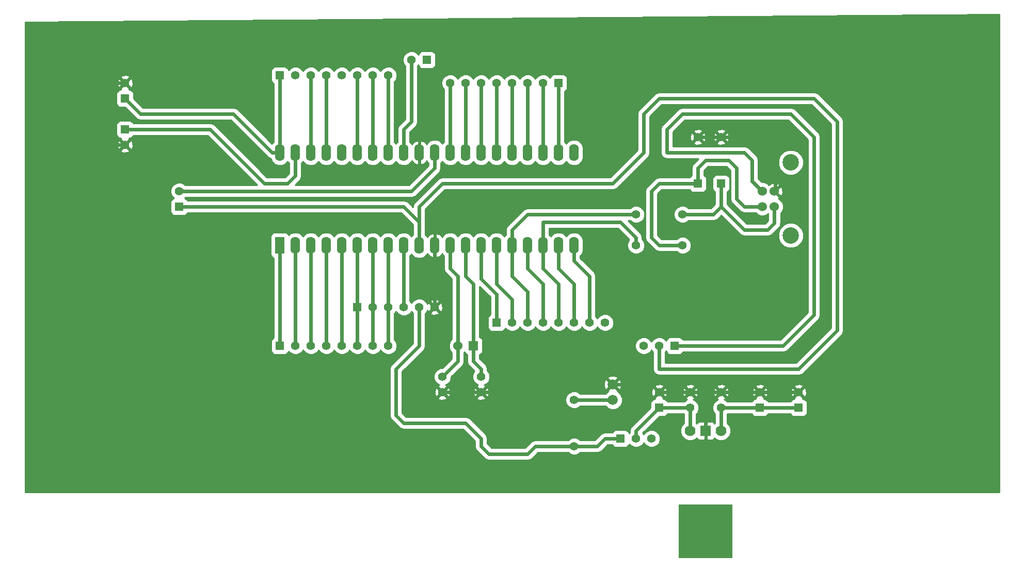
<source format=gbl>
G04 (created by PCBNEW-RS274X (2012-apr-16-27)-stable) date Sun 24 Aug 2014 07:46:07 PM NPT*
G01*
G70*
G90*
%MOIN*%
G04 Gerber Fmt 3.4, Leading zero omitted, Abs format*
%FSLAX34Y34*%
G04 APERTURE LIST*
%ADD10C,0.006000*%
%ADD11C,0.060000*%
%ADD12C,0.106300*%
%ADD13R,0.055000X0.055000*%
%ADD14C,0.055000*%
%ADD15R,0.350000X0.350000*%
%ADD16C,0.070000*%
%ADD17R,0.070000X0.070000*%
%ADD18C,0.066000*%
%ADD19R,0.060000X0.060000*%
%ADD20R,0.062000X0.110000*%
%ADD21O,0.062000X0.110000*%
%ADD22C,0.023600*%
%ADD23C,0.010000*%
G04 APERTURE END LIST*
G54D10*
G54D11*
X76650Y-38500D03*
X76650Y-39500D03*
X77437Y-39500D03*
X77437Y-38500D03*
G54D12*
X78500Y-36638D03*
X78500Y-41362D03*
G54D13*
X45500Y-48500D03*
G54D14*
X46500Y-48500D03*
X47500Y-48500D03*
X48500Y-48500D03*
X49500Y-48500D03*
X50500Y-48500D03*
X51500Y-48500D03*
X52500Y-48500D03*
G54D13*
X45500Y-31000D03*
G54D14*
X46500Y-31000D03*
X47500Y-31000D03*
X48500Y-31000D03*
X49500Y-31000D03*
X50500Y-31000D03*
X51500Y-31000D03*
X52500Y-31000D03*
G54D13*
X63500Y-31500D03*
G54D14*
X62500Y-31500D03*
X61500Y-31500D03*
X60500Y-31500D03*
X59500Y-31500D03*
X58500Y-31500D03*
X57500Y-31500D03*
X56500Y-31500D03*
G54D13*
X59500Y-47000D03*
G54D14*
X60500Y-47000D03*
X61500Y-47000D03*
X62500Y-47000D03*
X63500Y-47000D03*
X64500Y-47000D03*
X65500Y-47000D03*
X66500Y-47000D03*
G54D13*
X50500Y-46000D03*
G54D14*
X51500Y-46000D03*
X52500Y-46000D03*
X53500Y-46000D03*
X54500Y-46000D03*
X55500Y-46000D03*
G54D13*
X79000Y-52500D03*
G54D14*
X79000Y-51500D03*
G54D13*
X55000Y-30000D03*
G54D14*
X54000Y-30000D03*
G54D13*
X35500Y-34500D03*
G54D14*
X35500Y-35500D03*
G54D13*
X35500Y-32500D03*
G54D14*
X35500Y-31500D03*
G54D13*
X39000Y-39500D03*
G54D14*
X39000Y-38500D03*
X68500Y-40000D03*
X71500Y-40000D03*
X68500Y-42000D03*
X71500Y-42000D03*
X64500Y-55000D03*
X64500Y-52000D03*
G54D13*
X71000Y-48500D03*
G54D14*
X70000Y-48500D03*
X69000Y-48500D03*
G54D13*
X67500Y-54500D03*
G54D14*
X68500Y-54500D03*
X69500Y-54500D03*
G54D15*
X73000Y-60500D03*
G54D16*
X74000Y-54000D03*
G54D17*
X73000Y-54000D03*
G54D16*
X72000Y-54000D03*
G54D18*
X67000Y-52000D03*
X67000Y-51000D03*
G54D13*
X74000Y-38000D03*
G54D14*
X74000Y-35000D03*
G54D13*
X72500Y-38000D03*
G54D14*
X72500Y-35000D03*
G54D19*
X58000Y-48500D03*
G54D11*
X57000Y-48500D03*
G54D13*
X76500Y-52500D03*
G54D14*
X76500Y-51500D03*
G54D13*
X70000Y-52500D03*
G54D14*
X70000Y-51500D03*
X74000Y-52500D03*
X74000Y-51500D03*
X72000Y-52500D03*
X72000Y-51500D03*
X56000Y-51500D03*
X56000Y-50500D03*
X58500Y-51500D03*
X58500Y-50500D03*
G54D20*
X45500Y-42000D03*
G54D21*
X46500Y-42000D03*
X47500Y-42000D03*
X48500Y-42000D03*
X49500Y-42000D03*
X50500Y-42000D03*
X51500Y-42000D03*
X52500Y-42000D03*
X53500Y-42000D03*
X54500Y-42000D03*
X55500Y-42000D03*
X56500Y-42000D03*
X57500Y-42000D03*
X58500Y-42000D03*
X59500Y-42000D03*
X60500Y-42000D03*
X61500Y-42000D03*
X62500Y-42000D03*
X63500Y-42000D03*
X64500Y-42000D03*
X64500Y-36000D03*
X63500Y-36000D03*
X62500Y-36000D03*
X61500Y-36000D03*
X60500Y-36000D03*
X59500Y-36000D03*
X58500Y-36000D03*
X57500Y-36000D03*
X56500Y-36000D03*
X55500Y-36000D03*
X54500Y-36000D03*
X53500Y-36000D03*
X52500Y-36000D03*
X51500Y-36000D03*
X50500Y-36000D03*
X49500Y-36000D03*
X48500Y-36000D03*
X47500Y-36000D03*
X46500Y-36000D03*
X45500Y-36000D03*
G54D22*
X76500Y-36500D02*
X77500Y-37500D01*
X63000Y-50000D02*
X66000Y-50000D01*
X74000Y-35000D02*
X76000Y-35000D01*
X76000Y-35000D02*
X76500Y-35500D01*
X76500Y-35500D02*
X76500Y-36500D01*
X77500Y-37500D02*
X77500Y-38437D01*
X73000Y-54000D02*
X73000Y-52500D01*
X70000Y-51500D02*
X69500Y-51000D01*
X66000Y-50000D02*
X67000Y-51000D01*
X34500Y-31500D02*
X34000Y-32000D01*
X34000Y-32000D02*
X34000Y-35000D01*
X34000Y-35000D02*
X34500Y-35500D01*
X34500Y-35500D02*
X35500Y-35500D01*
X77500Y-38437D02*
X77437Y-38500D01*
X35500Y-31500D02*
X34500Y-31500D01*
X79000Y-51500D02*
X76500Y-51500D01*
X56000Y-51500D02*
X58500Y-51500D01*
X55500Y-42000D02*
X55500Y-46000D01*
X58500Y-51500D02*
X61500Y-51500D01*
X72500Y-35000D02*
X74000Y-35000D01*
X72000Y-51500D02*
X70000Y-51500D01*
X69500Y-51000D02*
X67000Y-51000D01*
X74000Y-51500D02*
X72000Y-51500D01*
X61500Y-51500D02*
X63000Y-50000D01*
X76500Y-51500D02*
X74000Y-51500D01*
X73000Y-52500D02*
X72000Y-51500D01*
X47500Y-48500D02*
X47500Y-42000D01*
X45500Y-48500D02*
X45500Y-42000D01*
X75500Y-39500D02*
X75000Y-39000D01*
X73000Y-36500D02*
X72500Y-37000D01*
X72500Y-37000D02*
X72500Y-38000D01*
X76650Y-39500D02*
X75500Y-39500D01*
X69500Y-38500D02*
X69500Y-41500D01*
X75000Y-39000D02*
X75000Y-37000D01*
X75000Y-37000D02*
X74500Y-36500D01*
X72500Y-38000D02*
X70000Y-38000D01*
X74500Y-36500D02*
X73000Y-36500D01*
X70000Y-38000D02*
X69500Y-38500D01*
X69500Y-41500D02*
X70000Y-42000D01*
X70000Y-42000D02*
X71500Y-42000D01*
X49500Y-42000D02*
X49500Y-48500D01*
X76500Y-52500D02*
X79000Y-52500D01*
X74000Y-52500D02*
X76500Y-52500D01*
X74000Y-54000D02*
X74000Y-52500D01*
X68500Y-54000D02*
X68500Y-54500D01*
X70000Y-52500D02*
X68500Y-54000D01*
X72000Y-52500D02*
X70000Y-52500D01*
X72000Y-54000D02*
X72000Y-52500D01*
X64500Y-52000D02*
X67000Y-52000D01*
X75500Y-41000D02*
X74000Y-39500D01*
X77437Y-39500D02*
X77437Y-40563D01*
X71500Y-40000D02*
X73500Y-40000D01*
X74000Y-39500D02*
X74000Y-38000D01*
X77437Y-40563D02*
X77000Y-41000D01*
X77000Y-41000D02*
X75500Y-41000D01*
X73500Y-40000D02*
X74000Y-39500D01*
X68500Y-40000D02*
X61500Y-40000D01*
X60500Y-41000D02*
X60500Y-42000D01*
X61500Y-40000D02*
X60500Y-41000D01*
X60500Y-42000D02*
X60500Y-44000D01*
X61500Y-45000D02*
X61500Y-47000D01*
X60500Y-44000D02*
X61500Y-45000D01*
X68500Y-41500D02*
X67500Y-40500D01*
X62500Y-42000D02*
X62500Y-43500D01*
X62500Y-43500D02*
X63500Y-44500D01*
X62500Y-40500D02*
X62500Y-42000D01*
X68500Y-42000D02*
X68500Y-41500D01*
X63500Y-44500D02*
X63500Y-47000D01*
X67500Y-40500D02*
X62500Y-40500D01*
X39000Y-38500D02*
X52500Y-38500D01*
X55500Y-37000D02*
X55500Y-36000D01*
X54000Y-38500D02*
X55500Y-37000D01*
X52500Y-38500D02*
X54000Y-38500D01*
X62500Y-31500D02*
X62500Y-36000D01*
X54000Y-30000D02*
X54000Y-34000D01*
X53500Y-34500D02*
X53500Y-36000D01*
X54000Y-34000D02*
X53500Y-34500D01*
X63500Y-36000D02*
X63500Y-31500D01*
X57000Y-44000D02*
X56500Y-43500D01*
X56500Y-43500D02*
X56500Y-42000D01*
X57000Y-48500D02*
X57000Y-44000D01*
X57000Y-49500D02*
X56000Y-50500D01*
X57000Y-48500D02*
X57000Y-49500D01*
X64500Y-43000D02*
X65500Y-44000D01*
X64500Y-42000D02*
X64500Y-43000D01*
X65500Y-44000D02*
X65500Y-47000D01*
X48500Y-48500D02*
X48500Y-42000D01*
X63500Y-43500D02*
X64500Y-44500D01*
X64500Y-44500D02*
X64500Y-47000D01*
X63500Y-42000D02*
X63500Y-43500D01*
X57500Y-36000D02*
X57500Y-31500D01*
X58500Y-31500D02*
X58500Y-36000D01*
X61500Y-42000D02*
X61500Y-43500D01*
X61500Y-43500D02*
X62500Y-44500D01*
X62500Y-44500D02*
X62500Y-47000D01*
X59500Y-36000D02*
X59500Y-31500D01*
X60500Y-31500D02*
X60500Y-36000D01*
X59500Y-42000D02*
X59500Y-44500D01*
X60500Y-45500D02*
X60500Y-47000D01*
X59500Y-44500D02*
X60500Y-45500D01*
X61500Y-36000D02*
X61500Y-31500D01*
X58500Y-42000D02*
X58500Y-44172D01*
X58500Y-44172D02*
X59500Y-45172D01*
X59500Y-45172D02*
X59500Y-47000D01*
X35500Y-34500D02*
X41000Y-34500D01*
X46500Y-37500D02*
X46500Y-36000D01*
X46000Y-38000D02*
X46500Y-37500D01*
X44500Y-38000D02*
X46000Y-38000D01*
X41000Y-34500D02*
X44500Y-38000D01*
X56500Y-36000D02*
X56500Y-31500D01*
X51500Y-36000D02*
X51500Y-31000D01*
X58000Y-48500D02*
X58000Y-49500D01*
X58000Y-48500D02*
X58000Y-44500D01*
X58000Y-49500D02*
X58500Y-50000D01*
X57500Y-44000D02*
X57500Y-42000D01*
X58000Y-44500D02*
X57500Y-44000D01*
X58500Y-50000D02*
X58500Y-50500D01*
X52500Y-36000D02*
X52500Y-31000D01*
X50500Y-36000D02*
X50500Y-31000D01*
X48500Y-36000D02*
X48500Y-31000D01*
X47500Y-36000D02*
X47500Y-31000D01*
X36500Y-33500D02*
X42500Y-33500D01*
X35500Y-32500D02*
X36500Y-33500D01*
X45000Y-36000D02*
X45500Y-36000D01*
X45500Y-36000D02*
X45500Y-31000D01*
X42500Y-33500D02*
X45000Y-36000D01*
X46500Y-48500D02*
X46500Y-42000D01*
X50500Y-46000D02*
X50500Y-42000D01*
X50500Y-42000D02*
X50500Y-46500D01*
X50500Y-46500D02*
X50500Y-48500D01*
X52500Y-42000D02*
X52500Y-46000D01*
X52500Y-46000D02*
X52500Y-48500D01*
X51500Y-46000D02*
X51500Y-48500D01*
X51500Y-42000D02*
X51500Y-46000D01*
X64500Y-55000D02*
X62000Y-55000D01*
X58500Y-55000D02*
X59000Y-55500D01*
X54500Y-46000D02*
X54500Y-48500D01*
X59000Y-55500D02*
X61500Y-55500D01*
X53000Y-53000D02*
X53500Y-53500D01*
X66000Y-55000D02*
X64500Y-55000D01*
X67500Y-54500D02*
X66500Y-54500D01*
X57500Y-53500D02*
X58500Y-54500D01*
X53500Y-53500D02*
X57500Y-53500D01*
X61500Y-55500D02*
X62000Y-55000D01*
X54500Y-48500D02*
X53000Y-50000D01*
X53000Y-50000D02*
X53000Y-53000D01*
X58500Y-54500D02*
X58500Y-55000D01*
X66500Y-54500D02*
X66000Y-55000D01*
X53500Y-42000D02*
X53500Y-46000D01*
X75500Y-36000D02*
X76000Y-36500D01*
X71500Y-33500D02*
X70500Y-34500D01*
X80000Y-46500D02*
X80000Y-35000D01*
X78000Y-48500D02*
X80000Y-46500D01*
X80000Y-35000D02*
X78500Y-33500D01*
X78500Y-33500D02*
X71500Y-33500D01*
X76000Y-37850D02*
X76650Y-38500D01*
X71000Y-48500D02*
X78000Y-48500D01*
X70500Y-34500D02*
X70500Y-36000D01*
X70500Y-36000D02*
X75500Y-36000D01*
X76000Y-36500D02*
X76000Y-37850D01*
X54500Y-40500D02*
X53500Y-39500D01*
X53500Y-39500D02*
X39000Y-39500D01*
X54500Y-42000D02*
X54500Y-40500D01*
X54500Y-39500D02*
X56000Y-38000D01*
X56000Y-38000D02*
X67000Y-38000D01*
X67000Y-38000D02*
X69000Y-36000D01*
X69000Y-36000D02*
X69000Y-33500D01*
X69000Y-33500D02*
X70000Y-32500D01*
X70000Y-32500D02*
X80000Y-32500D01*
X80000Y-32500D02*
X81500Y-34000D01*
X81500Y-34000D02*
X81500Y-47500D01*
X81500Y-47500D02*
X79000Y-50000D01*
X79000Y-50000D02*
X70000Y-50000D01*
X70000Y-50000D02*
X70000Y-49000D01*
X54500Y-42000D02*
X54500Y-39500D01*
X70000Y-50000D02*
X70000Y-48500D01*
G54D10*
G36*
X91950Y-57950D02*
X81905Y-57950D01*
X81905Y-47500D01*
X81905Y-34000D01*
X81874Y-33845D01*
X81786Y-33714D01*
X81786Y-33713D01*
X80286Y-32214D01*
X80155Y-32126D01*
X80000Y-32095D01*
X70000Y-32095D01*
X69845Y-32126D01*
X69713Y-32214D01*
X68714Y-33214D01*
X68626Y-33345D01*
X68595Y-33500D01*
X68595Y-35832D01*
X66832Y-37595D01*
X56000Y-37595D01*
X55845Y-37626D01*
X55713Y-37714D01*
X54214Y-39214D01*
X54126Y-39345D01*
X54095Y-39500D01*
X54095Y-39522D01*
X53786Y-39214D01*
X53655Y-39126D01*
X53500Y-39095D01*
X39530Y-39095D01*
X39517Y-39063D01*
X39437Y-38982D01*
X39349Y-38945D01*
X39390Y-38905D01*
X52500Y-38905D01*
X54000Y-38905D01*
X54000Y-38904D01*
X54155Y-38874D01*
X54286Y-38786D01*
X55786Y-37287D01*
X55786Y-37286D01*
X55874Y-37155D01*
X55904Y-37000D01*
X55905Y-37000D01*
X55905Y-36679D01*
X55996Y-36588D01*
X55999Y-36579D01*
X56003Y-36587D01*
X56168Y-36752D01*
X56383Y-36842D01*
X56616Y-36842D01*
X56831Y-36753D01*
X56996Y-36588D01*
X56999Y-36579D01*
X57003Y-36587D01*
X57168Y-36752D01*
X57383Y-36842D01*
X57616Y-36842D01*
X57831Y-36753D01*
X57996Y-36588D01*
X57999Y-36579D01*
X58003Y-36587D01*
X58168Y-36752D01*
X58383Y-36842D01*
X58616Y-36842D01*
X58831Y-36753D01*
X58996Y-36588D01*
X58999Y-36579D01*
X59003Y-36587D01*
X59168Y-36752D01*
X59383Y-36842D01*
X59616Y-36842D01*
X59831Y-36753D01*
X59996Y-36588D01*
X59999Y-36579D01*
X60003Y-36587D01*
X60168Y-36752D01*
X60383Y-36842D01*
X60616Y-36842D01*
X60831Y-36753D01*
X60996Y-36588D01*
X60999Y-36579D01*
X61003Y-36587D01*
X61168Y-36752D01*
X61383Y-36842D01*
X61616Y-36842D01*
X61831Y-36753D01*
X61996Y-36588D01*
X61999Y-36579D01*
X62003Y-36587D01*
X62168Y-36752D01*
X62383Y-36842D01*
X62616Y-36842D01*
X62831Y-36753D01*
X62996Y-36588D01*
X62999Y-36579D01*
X63003Y-36587D01*
X63168Y-36752D01*
X63383Y-36842D01*
X63616Y-36842D01*
X63831Y-36753D01*
X63996Y-36588D01*
X63999Y-36579D01*
X64003Y-36587D01*
X64168Y-36752D01*
X64383Y-36842D01*
X64616Y-36842D01*
X64831Y-36753D01*
X64996Y-36588D01*
X65086Y-36373D01*
X65086Y-36140D01*
X65086Y-35628D01*
X64997Y-35413D01*
X64832Y-35248D01*
X64617Y-35158D01*
X64384Y-35158D01*
X64169Y-35247D01*
X64004Y-35412D01*
X64000Y-35420D01*
X63997Y-35413D01*
X63905Y-35321D01*
X63905Y-32030D01*
X63937Y-32017D01*
X64018Y-31937D01*
X64061Y-31832D01*
X64061Y-31718D01*
X64061Y-31168D01*
X64017Y-31063D01*
X63937Y-30982D01*
X63832Y-30939D01*
X63718Y-30939D01*
X63168Y-30939D01*
X63063Y-30983D01*
X62982Y-31063D01*
X62945Y-31150D01*
X62819Y-31024D01*
X62613Y-30938D01*
X62389Y-30938D01*
X62182Y-31023D01*
X62024Y-31181D01*
X62000Y-31238D01*
X61977Y-31182D01*
X61819Y-31024D01*
X61613Y-30938D01*
X61389Y-30938D01*
X61182Y-31023D01*
X61024Y-31181D01*
X61000Y-31238D01*
X60977Y-31182D01*
X60819Y-31024D01*
X60613Y-30938D01*
X60389Y-30938D01*
X60182Y-31023D01*
X60024Y-31181D01*
X60000Y-31238D01*
X59977Y-31182D01*
X59819Y-31024D01*
X59613Y-30938D01*
X59389Y-30938D01*
X59182Y-31023D01*
X59024Y-31181D01*
X59000Y-31238D01*
X58977Y-31182D01*
X58819Y-31024D01*
X58613Y-30938D01*
X58389Y-30938D01*
X58182Y-31023D01*
X58024Y-31181D01*
X58000Y-31238D01*
X57977Y-31182D01*
X57819Y-31024D01*
X57613Y-30938D01*
X57389Y-30938D01*
X57182Y-31023D01*
X57024Y-31181D01*
X57000Y-31238D01*
X56977Y-31182D01*
X56819Y-31024D01*
X56613Y-30938D01*
X56389Y-30938D01*
X56182Y-31023D01*
X56024Y-31181D01*
X55938Y-31387D01*
X55938Y-31611D01*
X56023Y-31818D01*
X56095Y-31890D01*
X56095Y-35321D01*
X56004Y-35412D01*
X56000Y-35420D01*
X55997Y-35413D01*
X55832Y-35248D01*
X55617Y-35158D01*
X55384Y-35158D01*
X55169Y-35247D01*
X55004Y-35412D01*
X54980Y-35468D01*
X54847Y-35314D01*
X54637Y-35218D01*
X54550Y-35265D01*
X54550Y-35900D01*
X54550Y-35950D01*
X54550Y-36050D01*
X54550Y-36100D01*
X54550Y-36735D01*
X54637Y-36782D01*
X54847Y-36686D01*
X54980Y-36531D01*
X55003Y-36587D01*
X55095Y-36679D01*
X55095Y-36832D01*
X53832Y-38095D01*
X52500Y-38095D01*
X46477Y-38095D01*
X46786Y-37786D01*
X46874Y-37655D01*
X46904Y-37500D01*
X46905Y-37500D01*
X46905Y-36679D01*
X46996Y-36588D01*
X46999Y-36579D01*
X47003Y-36587D01*
X47168Y-36752D01*
X47383Y-36842D01*
X47616Y-36842D01*
X47831Y-36753D01*
X47996Y-36588D01*
X47999Y-36579D01*
X48003Y-36587D01*
X48168Y-36752D01*
X48383Y-36842D01*
X48616Y-36842D01*
X48831Y-36753D01*
X48996Y-36588D01*
X48999Y-36579D01*
X49003Y-36587D01*
X49168Y-36752D01*
X49383Y-36842D01*
X49616Y-36842D01*
X49831Y-36753D01*
X49996Y-36588D01*
X49999Y-36579D01*
X50003Y-36587D01*
X50168Y-36752D01*
X50383Y-36842D01*
X50616Y-36842D01*
X50831Y-36753D01*
X50996Y-36588D01*
X50999Y-36579D01*
X51003Y-36587D01*
X51168Y-36752D01*
X51383Y-36842D01*
X51616Y-36842D01*
X51831Y-36753D01*
X51996Y-36588D01*
X51999Y-36579D01*
X52003Y-36587D01*
X52168Y-36752D01*
X52383Y-36842D01*
X52616Y-36842D01*
X52831Y-36753D01*
X52996Y-36588D01*
X52999Y-36579D01*
X53003Y-36587D01*
X53168Y-36752D01*
X53383Y-36842D01*
X53616Y-36842D01*
X53831Y-36753D01*
X53996Y-36588D01*
X54019Y-36531D01*
X54153Y-36686D01*
X54363Y-36782D01*
X54450Y-36735D01*
X54450Y-36100D01*
X54450Y-36050D01*
X54450Y-35950D01*
X54450Y-35900D01*
X54450Y-35265D01*
X54363Y-35218D01*
X54153Y-35314D01*
X54019Y-35468D01*
X53997Y-35413D01*
X53905Y-35321D01*
X53905Y-34667D01*
X54286Y-34286D01*
X54374Y-34155D01*
X54404Y-34000D01*
X54405Y-34000D01*
X54405Y-30390D01*
X54446Y-30348D01*
X54483Y-30437D01*
X54563Y-30518D01*
X54668Y-30561D01*
X54782Y-30561D01*
X55332Y-30561D01*
X55437Y-30517D01*
X55518Y-30437D01*
X55561Y-30332D01*
X55561Y-30218D01*
X55561Y-29668D01*
X55517Y-29563D01*
X55437Y-29482D01*
X55332Y-29439D01*
X55218Y-29439D01*
X54668Y-29439D01*
X54563Y-29483D01*
X54482Y-29563D01*
X54445Y-29650D01*
X54319Y-29524D01*
X54113Y-29438D01*
X53889Y-29438D01*
X53682Y-29523D01*
X53524Y-29681D01*
X53438Y-29887D01*
X53438Y-30111D01*
X53523Y-30318D01*
X53595Y-30390D01*
X53595Y-33833D01*
X53214Y-34214D01*
X53126Y-34345D01*
X53095Y-34500D01*
X53095Y-35321D01*
X53004Y-35412D01*
X53000Y-35420D01*
X52997Y-35413D01*
X52905Y-35321D01*
X52905Y-31390D01*
X52976Y-31319D01*
X53062Y-31113D01*
X53062Y-30889D01*
X52977Y-30682D01*
X52819Y-30524D01*
X52613Y-30438D01*
X52389Y-30438D01*
X52182Y-30523D01*
X52024Y-30681D01*
X52000Y-30738D01*
X51977Y-30682D01*
X51819Y-30524D01*
X51613Y-30438D01*
X51389Y-30438D01*
X51182Y-30523D01*
X51024Y-30681D01*
X51000Y-30738D01*
X50977Y-30682D01*
X50819Y-30524D01*
X50613Y-30438D01*
X50389Y-30438D01*
X50182Y-30523D01*
X50024Y-30681D01*
X50000Y-30738D01*
X49977Y-30682D01*
X49819Y-30524D01*
X49613Y-30438D01*
X49389Y-30438D01*
X49182Y-30523D01*
X49024Y-30681D01*
X49000Y-30738D01*
X48977Y-30682D01*
X48819Y-30524D01*
X48613Y-30438D01*
X48389Y-30438D01*
X48182Y-30523D01*
X48024Y-30681D01*
X48000Y-30738D01*
X47977Y-30682D01*
X47819Y-30524D01*
X47613Y-30438D01*
X47389Y-30438D01*
X47182Y-30523D01*
X47024Y-30681D01*
X47000Y-30738D01*
X46977Y-30682D01*
X46819Y-30524D01*
X46613Y-30438D01*
X46389Y-30438D01*
X46182Y-30523D01*
X46053Y-30651D01*
X46017Y-30563D01*
X45937Y-30482D01*
X45832Y-30439D01*
X45718Y-30439D01*
X45168Y-30439D01*
X45063Y-30483D01*
X44982Y-30563D01*
X44939Y-30668D01*
X44939Y-30782D01*
X44939Y-31332D01*
X44983Y-31437D01*
X45063Y-31518D01*
X45095Y-31531D01*
X45095Y-35321D01*
X45004Y-35412D01*
X44998Y-35425D01*
X42786Y-33214D01*
X42655Y-33126D01*
X42500Y-33095D01*
X36667Y-33095D01*
X36061Y-32488D01*
X36061Y-32168D01*
X36019Y-32067D01*
X36019Y-31574D01*
X36008Y-31370D01*
X35952Y-31233D01*
X35861Y-31210D01*
X35790Y-31281D01*
X35790Y-31139D01*
X35767Y-31048D01*
X35574Y-30981D01*
X35370Y-30992D01*
X35233Y-31048D01*
X35210Y-31139D01*
X35500Y-31429D01*
X35790Y-31139D01*
X35790Y-31281D01*
X35571Y-31500D01*
X35861Y-31790D01*
X35952Y-31767D01*
X36019Y-31574D01*
X36019Y-32067D01*
X36017Y-32063D01*
X35937Y-31982D01*
X35832Y-31939D01*
X35770Y-31939D01*
X35790Y-31861D01*
X35500Y-31571D01*
X35429Y-31642D01*
X35429Y-31500D01*
X35139Y-31210D01*
X35048Y-31233D01*
X34981Y-31426D01*
X34992Y-31630D01*
X35048Y-31767D01*
X35139Y-31790D01*
X35429Y-31500D01*
X35429Y-31642D01*
X35210Y-31861D01*
X35229Y-31939D01*
X35168Y-31939D01*
X35063Y-31983D01*
X34982Y-32063D01*
X34939Y-32168D01*
X34939Y-32282D01*
X34939Y-32832D01*
X34983Y-32937D01*
X35063Y-33018D01*
X35168Y-33061D01*
X35282Y-33061D01*
X35488Y-33061D01*
X36213Y-33786D01*
X36214Y-33786D01*
X36345Y-33874D01*
X36500Y-33905D01*
X42332Y-33905D01*
X44713Y-36286D01*
X44714Y-36286D01*
X44845Y-36374D01*
X44921Y-36389D01*
X45003Y-36587D01*
X45168Y-36752D01*
X45383Y-36842D01*
X45616Y-36842D01*
X45831Y-36753D01*
X45996Y-36588D01*
X45999Y-36579D01*
X46003Y-36587D01*
X46095Y-36679D01*
X46095Y-37333D01*
X45833Y-37595D01*
X44667Y-37595D01*
X41286Y-34214D01*
X41155Y-34126D01*
X41000Y-34095D01*
X36030Y-34095D01*
X36017Y-34063D01*
X35937Y-33982D01*
X35832Y-33939D01*
X35718Y-33939D01*
X35168Y-33939D01*
X35063Y-33983D01*
X34982Y-34063D01*
X34939Y-34168D01*
X34939Y-34282D01*
X34939Y-34832D01*
X34983Y-34937D01*
X35063Y-35018D01*
X35168Y-35061D01*
X35229Y-35061D01*
X35210Y-35139D01*
X35500Y-35429D01*
X35790Y-35139D01*
X35770Y-35061D01*
X35832Y-35061D01*
X35937Y-35017D01*
X36018Y-34937D01*
X36031Y-34905D01*
X40832Y-34905D01*
X44022Y-38095D01*
X39390Y-38095D01*
X39319Y-38024D01*
X39113Y-37938D01*
X38889Y-37938D01*
X38682Y-38023D01*
X38524Y-38181D01*
X38438Y-38387D01*
X38438Y-38611D01*
X38523Y-38818D01*
X38651Y-38946D01*
X38563Y-38983D01*
X38482Y-39063D01*
X38439Y-39168D01*
X38439Y-39282D01*
X38439Y-39832D01*
X38483Y-39937D01*
X38563Y-40018D01*
X38668Y-40061D01*
X38782Y-40061D01*
X39332Y-40061D01*
X39437Y-40017D01*
X39518Y-39937D01*
X39531Y-39905D01*
X53332Y-39905D01*
X54095Y-40667D01*
X54095Y-41321D01*
X54004Y-41412D01*
X54000Y-41420D01*
X53997Y-41413D01*
X53832Y-41248D01*
X53617Y-41158D01*
X53384Y-41158D01*
X53169Y-41247D01*
X53004Y-41412D01*
X53000Y-41420D01*
X52997Y-41413D01*
X52832Y-41248D01*
X52617Y-41158D01*
X52384Y-41158D01*
X52169Y-41247D01*
X52004Y-41412D01*
X52000Y-41420D01*
X51997Y-41413D01*
X51832Y-41248D01*
X51617Y-41158D01*
X51384Y-41158D01*
X51169Y-41247D01*
X51004Y-41412D01*
X51000Y-41420D01*
X50997Y-41413D01*
X50832Y-41248D01*
X50617Y-41158D01*
X50384Y-41158D01*
X50169Y-41247D01*
X50004Y-41412D01*
X50000Y-41420D01*
X49997Y-41413D01*
X49832Y-41248D01*
X49617Y-41158D01*
X49384Y-41158D01*
X49169Y-41247D01*
X49004Y-41412D01*
X49000Y-41420D01*
X48997Y-41413D01*
X48832Y-41248D01*
X48617Y-41158D01*
X48384Y-41158D01*
X48169Y-41247D01*
X48004Y-41412D01*
X48000Y-41420D01*
X47997Y-41413D01*
X47832Y-41248D01*
X47617Y-41158D01*
X47384Y-41158D01*
X47169Y-41247D01*
X47004Y-41412D01*
X47000Y-41420D01*
X46997Y-41413D01*
X46832Y-41248D01*
X46617Y-41158D01*
X46384Y-41158D01*
X46169Y-41247D01*
X46074Y-41341D01*
X46052Y-41288D01*
X45972Y-41207D01*
X45867Y-41164D01*
X45753Y-41164D01*
X45133Y-41164D01*
X45028Y-41208D01*
X44947Y-41288D01*
X44904Y-41393D01*
X44904Y-41507D01*
X44904Y-42607D01*
X44948Y-42712D01*
X45028Y-42793D01*
X45095Y-42820D01*
X45095Y-47969D01*
X45063Y-47983D01*
X44982Y-48063D01*
X44939Y-48168D01*
X44939Y-48282D01*
X44939Y-48832D01*
X44983Y-48937D01*
X45063Y-49018D01*
X45168Y-49061D01*
X45282Y-49061D01*
X45832Y-49061D01*
X45937Y-49017D01*
X46018Y-48937D01*
X46054Y-48849D01*
X46181Y-48976D01*
X46387Y-49062D01*
X46611Y-49062D01*
X46818Y-48977D01*
X46976Y-48819D01*
X46999Y-48761D01*
X47023Y-48818D01*
X47181Y-48976D01*
X47387Y-49062D01*
X47611Y-49062D01*
X47818Y-48977D01*
X47976Y-48819D01*
X47999Y-48761D01*
X48023Y-48818D01*
X48181Y-48976D01*
X48387Y-49062D01*
X48611Y-49062D01*
X48818Y-48977D01*
X48976Y-48819D01*
X48999Y-48761D01*
X49023Y-48818D01*
X49181Y-48976D01*
X49387Y-49062D01*
X49611Y-49062D01*
X49818Y-48977D01*
X49976Y-48819D01*
X49999Y-48761D01*
X50023Y-48818D01*
X50181Y-48976D01*
X50387Y-49062D01*
X50611Y-49062D01*
X50818Y-48977D01*
X50976Y-48819D01*
X50999Y-48761D01*
X51023Y-48818D01*
X51181Y-48976D01*
X51387Y-49062D01*
X51611Y-49062D01*
X51818Y-48977D01*
X51976Y-48819D01*
X51999Y-48761D01*
X52023Y-48818D01*
X52181Y-48976D01*
X52387Y-49062D01*
X52611Y-49062D01*
X52818Y-48977D01*
X52976Y-48819D01*
X53062Y-48613D01*
X53062Y-48389D01*
X52977Y-48182D01*
X52905Y-48110D01*
X52905Y-46390D01*
X52976Y-46319D01*
X52999Y-46261D01*
X53023Y-46318D01*
X53181Y-46476D01*
X53387Y-46562D01*
X53611Y-46562D01*
X53818Y-46477D01*
X53976Y-46319D01*
X53999Y-46261D01*
X54023Y-46318D01*
X54095Y-46390D01*
X54095Y-48332D01*
X52714Y-49714D01*
X52626Y-49845D01*
X52595Y-50000D01*
X52595Y-53000D01*
X52626Y-53155D01*
X52714Y-53286D01*
X53214Y-53786D01*
X53345Y-53874D01*
X53500Y-53905D01*
X57332Y-53905D01*
X58095Y-54667D01*
X58095Y-55000D01*
X58126Y-55155D01*
X58214Y-55286D01*
X58714Y-55786D01*
X58845Y-55874D01*
X59000Y-55905D01*
X61500Y-55905D01*
X61500Y-55904D01*
X61655Y-55874D01*
X61786Y-55786D01*
X62167Y-55405D01*
X64110Y-55405D01*
X64181Y-55476D01*
X64387Y-55562D01*
X64611Y-55562D01*
X64818Y-55477D01*
X64890Y-55405D01*
X66000Y-55405D01*
X66000Y-55404D01*
X66155Y-55374D01*
X66286Y-55286D01*
X66667Y-54905D01*
X66969Y-54905D01*
X66983Y-54937D01*
X67063Y-55018D01*
X67168Y-55061D01*
X67282Y-55061D01*
X67832Y-55061D01*
X67937Y-55017D01*
X68018Y-54937D01*
X68054Y-54849D01*
X68181Y-54976D01*
X68387Y-55062D01*
X68611Y-55062D01*
X68818Y-54977D01*
X68976Y-54819D01*
X68999Y-54761D01*
X69023Y-54818D01*
X69181Y-54976D01*
X69387Y-55062D01*
X69611Y-55062D01*
X69818Y-54977D01*
X69976Y-54819D01*
X70062Y-54613D01*
X70062Y-54389D01*
X69977Y-54182D01*
X69819Y-54024D01*
X69613Y-53938D01*
X69389Y-53938D01*
X69182Y-54023D01*
X69024Y-54181D01*
X69000Y-54238D01*
X68977Y-54182D01*
X68933Y-54138D01*
X70011Y-53061D01*
X70332Y-53061D01*
X70437Y-53017D01*
X70518Y-52937D01*
X70531Y-52905D01*
X71595Y-52905D01*
X71595Y-53504D01*
X71460Y-53639D01*
X71363Y-53873D01*
X71363Y-54126D01*
X71460Y-54360D01*
X71639Y-54540D01*
X71873Y-54637D01*
X72126Y-54637D01*
X72360Y-54540D01*
X72430Y-54470D01*
X72439Y-54491D01*
X72509Y-54561D01*
X72600Y-54599D01*
X72699Y-54599D01*
X72888Y-54600D01*
X72950Y-54538D01*
X72950Y-54100D01*
X72950Y-54050D01*
X72950Y-53950D01*
X72950Y-53900D01*
X72950Y-53462D01*
X72888Y-53400D01*
X72699Y-53401D01*
X72600Y-53401D01*
X72509Y-53439D01*
X72439Y-53509D01*
X72430Y-53529D01*
X72405Y-53504D01*
X72405Y-52890D01*
X72476Y-52819D01*
X72562Y-52613D01*
X72562Y-52389D01*
X72519Y-52284D01*
X72519Y-51574D01*
X72508Y-51370D01*
X72452Y-51233D01*
X72361Y-51210D01*
X72290Y-51281D01*
X72290Y-51139D01*
X72267Y-51048D01*
X72074Y-50981D01*
X71870Y-50992D01*
X71733Y-51048D01*
X71710Y-51139D01*
X72000Y-51429D01*
X72290Y-51139D01*
X72290Y-51281D01*
X72071Y-51500D01*
X72361Y-51790D01*
X72452Y-51767D01*
X72519Y-51574D01*
X72519Y-52284D01*
X72477Y-52182D01*
X72319Y-52024D01*
X72206Y-51976D01*
X72267Y-51952D01*
X72290Y-51861D01*
X72000Y-51571D01*
X71929Y-51642D01*
X71929Y-51500D01*
X71639Y-51210D01*
X71548Y-51233D01*
X71481Y-51426D01*
X71492Y-51630D01*
X71548Y-51767D01*
X71639Y-51790D01*
X71929Y-51500D01*
X71929Y-51642D01*
X71710Y-51861D01*
X71733Y-51952D01*
X71799Y-51974D01*
X71682Y-52023D01*
X71610Y-52095D01*
X70530Y-52095D01*
X70519Y-52067D01*
X70519Y-51574D01*
X70508Y-51370D01*
X70452Y-51233D01*
X70361Y-51210D01*
X70290Y-51281D01*
X70290Y-51139D01*
X70267Y-51048D01*
X70074Y-50981D01*
X69870Y-50992D01*
X69733Y-51048D01*
X69710Y-51139D01*
X70000Y-51429D01*
X70290Y-51139D01*
X70290Y-51281D01*
X70071Y-51500D01*
X70361Y-51790D01*
X70452Y-51767D01*
X70519Y-51574D01*
X70519Y-52067D01*
X70517Y-52063D01*
X70437Y-51982D01*
X70332Y-51939D01*
X70270Y-51939D01*
X70290Y-51861D01*
X70000Y-51571D01*
X69929Y-51642D01*
X69929Y-51500D01*
X69639Y-51210D01*
X69548Y-51233D01*
X69481Y-51426D01*
X69492Y-51630D01*
X69548Y-51767D01*
X69639Y-51790D01*
X69929Y-51500D01*
X69929Y-51642D01*
X69710Y-51861D01*
X69729Y-51939D01*
X69668Y-51939D01*
X69563Y-51983D01*
X69482Y-52063D01*
X69439Y-52168D01*
X69439Y-52282D01*
X69439Y-52488D01*
X68214Y-53714D01*
X68126Y-53845D01*
X68095Y-54000D01*
X68095Y-54110D01*
X68053Y-54151D01*
X68017Y-54063D01*
X67937Y-53982D01*
X67832Y-53939D01*
X67718Y-53939D01*
X67617Y-53939D01*
X67617Y-52123D01*
X67617Y-51878D01*
X67573Y-51771D01*
X67573Y-51086D01*
X67562Y-50861D01*
X67496Y-50702D01*
X67400Y-50671D01*
X67329Y-50742D01*
X67329Y-50600D01*
X67298Y-50504D01*
X67086Y-50427D01*
X66861Y-50438D01*
X66702Y-50504D01*
X66671Y-50600D01*
X67000Y-50929D01*
X67329Y-50600D01*
X67329Y-50742D01*
X67071Y-51000D01*
X67400Y-51329D01*
X67496Y-51298D01*
X67573Y-51086D01*
X67573Y-51771D01*
X67523Y-51651D01*
X67350Y-51477D01*
X67309Y-51460D01*
X67329Y-51400D01*
X67000Y-51071D01*
X66929Y-51142D01*
X66929Y-51000D01*
X66600Y-50671D01*
X66504Y-50702D01*
X66427Y-50914D01*
X66438Y-51139D01*
X66504Y-51298D01*
X66600Y-51329D01*
X66929Y-51000D01*
X66929Y-51142D01*
X66671Y-51400D01*
X66690Y-51460D01*
X66651Y-51477D01*
X66532Y-51595D01*
X64890Y-51595D01*
X64819Y-51524D01*
X64613Y-51438D01*
X64389Y-51438D01*
X64182Y-51523D01*
X64024Y-51681D01*
X63938Y-51887D01*
X63938Y-52111D01*
X64023Y-52318D01*
X64181Y-52476D01*
X64387Y-52562D01*
X64611Y-52562D01*
X64818Y-52477D01*
X64890Y-52405D01*
X66532Y-52405D01*
X66650Y-52523D01*
X66877Y-52617D01*
X67122Y-52617D01*
X67349Y-52523D01*
X67523Y-52350D01*
X67617Y-52123D01*
X67617Y-53939D01*
X67168Y-53939D01*
X67063Y-53983D01*
X66982Y-54063D01*
X66968Y-54095D01*
X66500Y-54095D01*
X66345Y-54126D01*
X66214Y-54214D01*
X65833Y-54595D01*
X64890Y-54595D01*
X64819Y-54524D01*
X64613Y-54438D01*
X64389Y-54438D01*
X64182Y-54523D01*
X64110Y-54595D01*
X62000Y-54595D01*
X61845Y-54626D01*
X61714Y-54714D01*
X61333Y-55095D01*
X59167Y-55095D01*
X59019Y-54947D01*
X59019Y-51574D01*
X59008Y-51370D01*
X58952Y-51233D01*
X58861Y-51210D01*
X58571Y-51500D01*
X58861Y-51790D01*
X58952Y-51767D01*
X59019Y-51574D01*
X59019Y-54947D01*
X58905Y-54833D01*
X58905Y-54500D01*
X58874Y-54345D01*
X58790Y-54219D01*
X58790Y-51861D01*
X58500Y-51571D01*
X58429Y-51642D01*
X58429Y-51500D01*
X58139Y-51210D01*
X58048Y-51233D01*
X57981Y-51426D01*
X57992Y-51630D01*
X58048Y-51767D01*
X58139Y-51790D01*
X58429Y-51500D01*
X58429Y-51642D01*
X58210Y-51861D01*
X58233Y-51952D01*
X58426Y-52019D01*
X58630Y-52008D01*
X58767Y-51952D01*
X58790Y-51861D01*
X58790Y-54219D01*
X58786Y-54214D01*
X58786Y-54213D01*
X57786Y-53214D01*
X57655Y-53126D01*
X57500Y-53095D01*
X56519Y-53095D01*
X56519Y-51574D01*
X56508Y-51370D01*
X56452Y-51233D01*
X56361Y-51210D01*
X56071Y-51500D01*
X56361Y-51790D01*
X56452Y-51767D01*
X56519Y-51574D01*
X56519Y-53095D01*
X56290Y-53095D01*
X56290Y-51861D01*
X56000Y-51571D01*
X55929Y-51642D01*
X55929Y-51500D01*
X55639Y-51210D01*
X55548Y-51233D01*
X55481Y-51426D01*
X55492Y-51630D01*
X55548Y-51767D01*
X55639Y-51790D01*
X55929Y-51500D01*
X55929Y-51642D01*
X55710Y-51861D01*
X55733Y-51952D01*
X55926Y-52019D01*
X56130Y-52008D01*
X56267Y-51952D01*
X56290Y-51861D01*
X56290Y-53095D01*
X53667Y-53095D01*
X53405Y-52833D01*
X53405Y-50167D01*
X54786Y-48787D01*
X54786Y-48786D01*
X54874Y-48655D01*
X54904Y-48500D01*
X54905Y-48500D01*
X54905Y-46390D01*
X54976Y-46319D01*
X55023Y-46206D01*
X55048Y-46267D01*
X55139Y-46290D01*
X55429Y-46000D01*
X55139Y-45710D01*
X55048Y-45733D01*
X55025Y-45799D01*
X54977Y-45682D01*
X54819Y-45524D01*
X54613Y-45438D01*
X54389Y-45438D01*
X54182Y-45523D01*
X54024Y-45681D01*
X54000Y-45738D01*
X53977Y-45682D01*
X53905Y-45610D01*
X53905Y-42679D01*
X53996Y-42588D01*
X53999Y-42579D01*
X54003Y-42587D01*
X54168Y-42752D01*
X54383Y-42842D01*
X54616Y-42842D01*
X54831Y-42753D01*
X54996Y-42588D01*
X55019Y-42531D01*
X55153Y-42686D01*
X55363Y-42782D01*
X55450Y-42735D01*
X55450Y-42100D01*
X55450Y-42050D01*
X55450Y-41950D01*
X55450Y-41900D01*
X55450Y-41265D01*
X55363Y-41218D01*
X55153Y-41314D01*
X55019Y-41468D01*
X54997Y-41413D01*
X54905Y-41321D01*
X54905Y-40500D01*
X54905Y-39667D01*
X56167Y-38405D01*
X67000Y-38405D01*
X67000Y-38404D01*
X67155Y-38374D01*
X67286Y-38286D01*
X69286Y-36287D01*
X69286Y-36286D01*
X69374Y-36155D01*
X69404Y-36000D01*
X69405Y-36000D01*
X69405Y-33667D01*
X70167Y-32905D01*
X79832Y-32905D01*
X81095Y-34167D01*
X81095Y-47332D01*
X78832Y-49595D01*
X70405Y-49595D01*
X70405Y-49000D01*
X70405Y-48890D01*
X70446Y-48848D01*
X70483Y-48937D01*
X70563Y-49018D01*
X70668Y-49061D01*
X70782Y-49061D01*
X71332Y-49061D01*
X71437Y-49017D01*
X71518Y-48937D01*
X71531Y-48905D01*
X78000Y-48905D01*
X78000Y-48904D01*
X78155Y-48874D01*
X78286Y-48786D01*
X80286Y-46787D01*
X80286Y-46786D01*
X80374Y-46655D01*
X80404Y-46500D01*
X80405Y-46500D01*
X80405Y-35000D01*
X80374Y-34845D01*
X80286Y-34714D01*
X80286Y-34713D01*
X78786Y-33214D01*
X78655Y-33126D01*
X78500Y-33095D01*
X71500Y-33095D01*
X71345Y-33126D01*
X71213Y-33214D01*
X70214Y-34214D01*
X70126Y-34345D01*
X70095Y-34500D01*
X70095Y-36000D01*
X70126Y-36155D01*
X70214Y-36286D01*
X70345Y-36374D01*
X70500Y-36405D01*
X72523Y-36405D01*
X72214Y-36714D01*
X72126Y-36845D01*
X72095Y-37000D01*
X72095Y-37469D01*
X72063Y-37483D01*
X71982Y-37563D01*
X71968Y-37595D01*
X70000Y-37595D01*
X69845Y-37626D01*
X69714Y-37714D01*
X69214Y-38214D01*
X69126Y-38345D01*
X69095Y-38500D01*
X69095Y-41500D01*
X69126Y-41655D01*
X69214Y-41786D01*
X69714Y-42286D01*
X69845Y-42374D01*
X70000Y-42405D01*
X71110Y-42405D01*
X71181Y-42476D01*
X71387Y-42562D01*
X71611Y-42562D01*
X71818Y-42477D01*
X71976Y-42319D01*
X72062Y-42113D01*
X72062Y-41889D01*
X71977Y-41682D01*
X71819Y-41524D01*
X71613Y-41438D01*
X71389Y-41438D01*
X71182Y-41523D01*
X71110Y-41595D01*
X70167Y-41595D01*
X69905Y-41333D01*
X69905Y-38667D01*
X70167Y-38405D01*
X71969Y-38405D01*
X71983Y-38437D01*
X72063Y-38518D01*
X72168Y-38561D01*
X72282Y-38561D01*
X72832Y-38561D01*
X72937Y-38517D01*
X73018Y-38437D01*
X73061Y-38332D01*
X73061Y-38218D01*
X73061Y-37668D01*
X73017Y-37563D01*
X72937Y-37482D01*
X72905Y-37468D01*
X72905Y-37167D01*
X73167Y-36905D01*
X74333Y-36905D01*
X74595Y-37167D01*
X74595Y-39000D01*
X74626Y-39155D01*
X74714Y-39286D01*
X75214Y-39786D01*
X75345Y-39874D01*
X75500Y-39905D01*
X76225Y-39905D01*
X76317Y-39997D01*
X76533Y-40087D01*
X76766Y-40087D01*
X76982Y-39998D01*
X77032Y-39948D01*
X77032Y-40396D01*
X76833Y-40595D01*
X75667Y-40595D01*
X74405Y-39332D01*
X74405Y-38530D01*
X74437Y-38517D01*
X74518Y-38437D01*
X74561Y-38332D01*
X74561Y-38218D01*
X74561Y-37668D01*
X74517Y-37563D01*
X74437Y-37482D01*
X74332Y-37439D01*
X74218Y-37439D01*
X73668Y-37439D01*
X73563Y-37483D01*
X73482Y-37563D01*
X73439Y-37668D01*
X73439Y-37782D01*
X73439Y-38332D01*
X73483Y-38437D01*
X73563Y-38518D01*
X73595Y-38531D01*
X73595Y-39333D01*
X73333Y-39595D01*
X71890Y-39595D01*
X71819Y-39524D01*
X71613Y-39438D01*
X71389Y-39438D01*
X71182Y-39523D01*
X71024Y-39681D01*
X70938Y-39887D01*
X70938Y-40111D01*
X71023Y-40318D01*
X71181Y-40476D01*
X71387Y-40562D01*
X71611Y-40562D01*
X71818Y-40477D01*
X71890Y-40405D01*
X73500Y-40405D01*
X73500Y-40404D01*
X73655Y-40374D01*
X73786Y-40286D01*
X73999Y-40072D01*
X75213Y-41286D01*
X75214Y-41286D01*
X75345Y-41374D01*
X75500Y-41405D01*
X77000Y-41405D01*
X77000Y-41404D01*
X77155Y-41374D01*
X77286Y-41286D01*
X77723Y-40849D01*
X77811Y-40718D01*
X77841Y-40563D01*
X77842Y-40563D01*
X77842Y-39925D01*
X77934Y-39833D01*
X78024Y-39617D01*
X78024Y-39384D01*
X77980Y-39277D01*
X77980Y-38579D01*
X77969Y-38366D01*
X77909Y-38219D01*
X77815Y-38192D01*
X77745Y-38262D01*
X77508Y-38500D01*
X77815Y-38808D01*
X77909Y-38781D01*
X77980Y-38579D01*
X77980Y-39277D01*
X77935Y-39168D01*
X77770Y-39003D01*
X77706Y-38976D01*
X77718Y-38972D01*
X77745Y-38878D01*
X77472Y-38606D01*
X77437Y-38571D01*
X77366Y-38500D01*
X77437Y-38429D01*
X77472Y-38394D01*
X77745Y-38122D01*
X77718Y-38028D01*
X77516Y-37957D01*
X77303Y-37968D01*
X77156Y-38028D01*
X77144Y-38066D01*
X77112Y-38034D01*
X77063Y-38083D01*
X76983Y-38003D01*
X76767Y-37913D01*
X76635Y-37913D01*
X76405Y-37682D01*
X76405Y-36500D01*
X76374Y-36345D01*
X76286Y-36214D01*
X75786Y-35714D01*
X75655Y-35626D01*
X75500Y-35595D01*
X74519Y-35595D01*
X74519Y-35074D01*
X74508Y-34870D01*
X74452Y-34733D01*
X74361Y-34710D01*
X74290Y-34781D01*
X74290Y-34639D01*
X74267Y-34548D01*
X74074Y-34481D01*
X73870Y-34492D01*
X73733Y-34548D01*
X73710Y-34639D01*
X74000Y-34929D01*
X74290Y-34639D01*
X74290Y-34781D01*
X74071Y-35000D01*
X74361Y-35290D01*
X74452Y-35267D01*
X74519Y-35074D01*
X74519Y-35595D01*
X74290Y-35595D01*
X74290Y-35361D01*
X74000Y-35071D01*
X73929Y-35142D01*
X73929Y-35000D01*
X73639Y-34710D01*
X73548Y-34733D01*
X73481Y-34926D01*
X73492Y-35130D01*
X73548Y-35267D01*
X73639Y-35290D01*
X73929Y-35000D01*
X73929Y-35142D01*
X73710Y-35361D01*
X73733Y-35452D01*
X73926Y-35519D01*
X74130Y-35508D01*
X74267Y-35452D01*
X74290Y-35361D01*
X74290Y-35595D01*
X73019Y-35595D01*
X73019Y-35074D01*
X73008Y-34870D01*
X72952Y-34733D01*
X72861Y-34710D01*
X72790Y-34781D01*
X72790Y-34639D01*
X72767Y-34548D01*
X72574Y-34481D01*
X72370Y-34492D01*
X72233Y-34548D01*
X72210Y-34639D01*
X72500Y-34929D01*
X72790Y-34639D01*
X72790Y-34781D01*
X72571Y-35000D01*
X72861Y-35290D01*
X72952Y-35267D01*
X73019Y-35074D01*
X73019Y-35595D01*
X72790Y-35595D01*
X72790Y-35361D01*
X72500Y-35071D01*
X72429Y-35142D01*
X72429Y-35000D01*
X72139Y-34710D01*
X72048Y-34733D01*
X71981Y-34926D01*
X71992Y-35130D01*
X72048Y-35267D01*
X72139Y-35290D01*
X72429Y-35000D01*
X72429Y-35142D01*
X72210Y-35361D01*
X72233Y-35452D01*
X72426Y-35519D01*
X72630Y-35508D01*
X72767Y-35452D01*
X72790Y-35361D01*
X72790Y-35595D01*
X70905Y-35595D01*
X70905Y-34667D01*
X71667Y-33905D01*
X78332Y-33905D01*
X79595Y-35167D01*
X79595Y-46332D01*
X79318Y-46609D01*
X79318Y-41525D01*
X79318Y-41200D01*
X79318Y-36801D01*
X79318Y-36476D01*
X79194Y-36175D01*
X78964Y-35945D01*
X78663Y-35820D01*
X78338Y-35820D01*
X78037Y-35944D01*
X77807Y-36174D01*
X77682Y-36475D01*
X77682Y-36800D01*
X77806Y-37101D01*
X78036Y-37331D01*
X78337Y-37456D01*
X78662Y-37456D01*
X78963Y-37332D01*
X79193Y-37102D01*
X79318Y-36801D01*
X79318Y-41200D01*
X79194Y-40899D01*
X78964Y-40669D01*
X78663Y-40544D01*
X78338Y-40544D01*
X78037Y-40668D01*
X77807Y-40898D01*
X77682Y-41199D01*
X77682Y-41524D01*
X77806Y-41825D01*
X78036Y-42055D01*
X78337Y-42180D01*
X78662Y-42180D01*
X78963Y-42056D01*
X79193Y-41826D01*
X79318Y-41525D01*
X79318Y-46609D01*
X77832Y-48095D01*
X71530Y-48095D01*
X71517Y-48063D01*
X71437Y-47982D01*
X71332Y-47939D01*
X71218Y-47939D01*
X70668Y-47939D01*
X70563Y-47983D01*
X70482Y-48063D01*
X70445Y-48150D01*
X70319Y-48024D01*
X70113Y-47938D01*
X69889Y-47938D01*
X69682Y-48023D01*
X69524Y-48181D01*
X69500Y-48238D01*
X69477Y-48182D01*
X69319Y-48024D01*
X69113Y-47938D01*
X69062Y-47938D01*
X69062Y-42113D01*
X69062Y-41889D01*
X68977Y-41682D01*
X68905Y-41610D01*
X68905Y-41500D01*
X68874Y-41345D01*
X68786Y-41214D01*
X68786Y-41213D01*
X67977Y-40405D01*
X68110Y-40405D01*
X68181Y-40476D01*
X68387Y-40562D01*
X68611Y-40562D01*
X68818Y-40477D01*
X68976Y-40319D01*
X69062Y-40113D01*
X69062Y-39889D01*
X68977Y-39682D01*
X68819Y-39524D01*
X68613Y-39438D01*
X68389Y-39438D01*
X68182Y-39523D01*
X68110Y-39595D01*
X61500Y-39595D01*
X61345Y-39626D01*
X61213Y-39714D01*
X60214Y-40714D01*
X60126Y-40845D01*
X60095Y-41000D01*
X60095Y-41321D01*
X60004Y-41412D01*
X60000Y-41420D01*
X59997Y-41413D01*
X59832Y-41248D01*
X59617Y-41158D01*
X59384Y-41158D01*
X59169Y-41247D01*
X59004Y-41412D01*
X59000Y-41420D01*
X58997Y-41413D01*
X58832Y-41248D01*
X58617Y-41158D01*
X58384Y-41158D01*
X58169Y-41247D01*
X58004Y-41412D01*
X58000Y-41420D01*
X57997Y-41413D01*
X57832Y-41248D01*
X57617Y-41158D01*
X57384Y-41158D01*
X57169Y-41247D01*
X57004Y-41412D01*
X57000Y-41420D01*
X56997Y-41413D01*
X56832Y-41248D01*
X56617Y-41158D01*
X56384Y-41158D01*
X56169Y-41247D01*
X56004Y-41412D01*
X55980Y-41468D01*
X55847Y-41314D01*
X55637Y-41218D01*
X55550Y-41265D01*
X55550Y-41900D01*
X55550Y-41950D01*
X55550Y-42050D01*
X55550Y-42100D01*
X55550Y-42735D01*
X55637Y-42782D01*
X55847Y-42686D01*
X55980Y-42531D01*
X56003Y-42587D01*
X56095Y-42679D01*
X56095Y-43500D01*
X56126Y-43655D01*
X56214Y-43786D01*
X56595Y-44167D01*
X56595Y-48075D01*
X56503Y-48167D01*
X56413Y-48383D01*
X56413Y-48616D01*
X56502Y-48832D01*
X56595Y-48925D01*
X56595Y-49332D01*
X56019Y-49908D01*
X56019Y-46074D01*
X56008Y-45870D01*
X55952Y-45733D01*
X55861Y-45710D01*
X55790Y-45781D01*
X55790Y-45639D01*
X55767Y-45548D01*
X55574Y-45481D01*
X55370Y-45492D01*
X55233Y-45548D01*
X55210Y-45639D01*
X55500Y-45929D01*
X55790Y-45639D01*
X55790Y-45781D01*
X55571Y-46000D01*
X55861Y-46290D01*
X55952Y-46267D01*
X56019Y-46074D01*
X56019Y-49908D01*
X55989Y-49938D01*
X55889Y-49938D01*
X55790Y-49978D01*
X55790Y-46361D01*
X55500Y-46071D01*
X55210Y-46361D01*
X55233Y-46452D01*
X55426Y-46519D01*
X55630Y-46508D01*
X55767Y-46452D01*
X55790Y-46361D01*
X55790Y-49978D01*
X55682Y-50023D01*
X55524Y-50181D01*
X55438Y-50387D01*
X55438Y-50611D01*
X55523Y-50818D01*
X55681Y-50976D01*
X55793Y-51023D01*
X55733Y-51048D01*
X55710Y-51139D01*
X56000Y-51429D01*
X56290Y-51139D01*
X56267Y-51048D01*
X56200Y-51025D01*
X56318Y-50977D01*
X56476Y-50819D01*
X56562Y-50613D01*
X56562Y-50510D01*
X57286Y-49787D01*
X57286Y-49786D01*
X57374Y-49655D01*
X57404Y-49500D01*
X57405Y-49500D01*
X57405Y-48925D01*
X57431Y-48898D01*
X57458Y-48962D01*
X57538Y-49043D01*
X57595Y-49066D01*
X57595Y-49500D01*
X57626Y-49655D01*
X57714Y-49786D01*
X58066Y-50138D01*
X58024Y-50181D01*
X57938Y-50387D01*
X57938Y-50611D01*
X58023Y-50818D01*
X58181Y-50976D01*
X58293Y-51023D01*
X58233Y-51048D01*
X58210Y-51139D01*
X58500Y-51429D01*
X58790Y-51139D01*
X58767Y-51048D01*
X58700Y-51025D01*
X58818Y-50977D01*
X58976Y-50819D01*
X59062Y-50613D01*
X59062Y-50389D01*
X58977Y-50182D01*
X58905Y-50110D01*
X58905Y-50000D01*
X58874Y-49845D01*
X58786Y-49714D01*
X58405Y-49333D01*
X58405Y-49065D01*
X58462Y-49042D01*
X58543Y-48962D01*
X58586Y-48857D01*
X58586Y-48743D01*
X58586Y-48143D01*
X58542Y-48038D01*
X58462Y-47957D01*
X58405Y-47933D01*
X58405Y-44649D01*
X59095Y-45339D01*
X59095Y-46469D01*
X59063Y-46483D01*
X58982Y-46563D01*
X58939Y-46668D01*
X58939Y-46782D01*
X58939Y-47332D01*
X58983Y-47437D01*
X59063Y-47518D01*
X59168Y-47561D01*
X59282Y-47561D01*
X59832Y-47561D01*
X59937Y-47517D01*
X60018Y-47437D01*
X60054Y-47349D01*
X60181Y-47476D01*
X60387Y-47562D01*
X60611Y-47562D01*
X60818Y-47477D01*
X60976Y-47319D01*
X60999Y-47261D01*
X61023Y-47318D01*
X61181Y-47476D01*
X61387Y-47562D01*
X61611Y-47562D01*
X61818Y-47477D01*
X61976Y-47319D01*
X61999Y-47261D01*
X62023Y-47318D01*
X62181Y-47476D01*
X62387Y-47562D01*
X62611Y-47562D01*
X62818Y-47477D01*
X62976Y-47319D01*
X62999Y-47261D01*
X63023Y-47318D01*
X63181Y-47476D01*
X63387Y-47562D01*
X63611Y-47562D01*
X63818Y-47477D01*
X63976Y-47319D01*
X63999Y-47261D01*
X64023Y-47318D01*
X64181Y-47476D01*
X64387Y-47562D01*
X64611Y-47562D01*
X64818Y-47477D01*
X64976Y-47319D01*
X64999Y-47261D01*
X65023Y-47318D01*
X65181Y-47476D01*
X65387Y-47562D01*
X65611Y-47562D01*
X65818Y-47477D01*
X65976Y-47319D01*
X65999Y-47261D01*
X66023Y-47318D01*
X66181Y-47476D01*
X66387Y-47562D01*
X66611Y-47562D01*
X66818Y-47477D01*
X66976Y-47319D01*
X67062Y-47113D01*
X67062Y-46889D01*
X66977Y-46682D01*
X66819Y-46524D01*
X66613Y-46438D01*
X66389Y-46438D01*
X66182Y-46523D01*
X66024Y-46681D01*
X66000Y-46738D01*
X65977Y-46682D01*
X65905Y-46610D01*
X65905Y-44000D01*
X65874Y-43845D01*
X65786Y-43714D01*
X65786Y-43713D01*
X64905Y-42832D01*
X64905Y-42679D01*
X64996Y-42588D01*
X65086Y-42373D01*
X65086Y-42140D01*
X65086Y-41628D01*
X64997Y-41413D01*
X64832Y-41248D01*
X64617Y-41158D01*
X64384Y-41158D01*
X64169Y-41247D01*
X64004Y-41412D01*
X64000Y-41420D01*
X63997Y-41413D01*
X63832Y-41248D01*
X63617Y-41158D01*
X63384Y-41158D01*
X63169Y-41247D01*
X63004Y-41412D01*
X63000Y-41420D01*
X62997Y-41413D01*
X62905Y-41321D01*
X62905Y-40905D01*
X67332Y-40905D01*
X68066Y-41638D01*
X68024Y-41681D01*
X67938Y-41887D01*
X67938Y-42111D01*
X68023Y-42318D01*
X68181Y-42476D01*
X68387Y-42562D01*
X68611Y-42562D01*
X68818Y-42477D01*
X68976Y-42319D01*
X69062Y-42113D01*
X69062Y-47938D01*
X68889Y-47938D01*
X68682Y-48023D01*
X68524Y-48181D01*
X68438Y-48387D01*
X68438Y-48611D01*
X68523Y-48818D01*
X68681Y-48976D01*
X68887Y-49062D01*
X69111Y-49062D01*
X69318Y-48977D01*
X69476Y-48819D01*
X69499Y-48761D01*
X69523Y-48818D01*
X69595Y-48890D01*
X69595Y-49000D01*
X69595Y-50000D01*
X69626Y-50155D01*
X69714Y-50286D01*
X69845Y-50374D01*
X70000Y-50405D01*
X79000Y-50405D01*
X79000Y-50404D01*
X79155Y-50374D01*
X79286Y-50286D01*
X81786Y-47787D01*
X81786Y-47786D01*
X81874Y-47655D01*
X81904Y-47500D01*
X81905Y-47500D01*
X81905Y-57950D01*
X79561Y-57950D01*
X79561Y-52832D01*
X79561Y-52718D01*
X79561Y-52168D01*
X79519Y-52067D01*
X79519Y-51574D01*
X79508Y-51370D01*
X79452Y-51233D01*
X79361Y-51210D01*
X79290Y-51281D01*
X79290Y-51139D01*
X79267Y-51048D01*
X79074Y-50981D01*
X78870Y-50992D01*
X78733Y-51048D01*
X78710Y-51139D01*
X79000Y-51429D01*
X79290Y-51139D01*
X79290Y-51281D01*
X79071Y-51500D01*
X79361Y-51790D01*
X79452Y-51767D01*
X79519Y-51574D01*
X79519Y-52067D01*
X79517Y-52063D01*
X79437Y-51982D01*
X79332Y-51939D01*
X79270Y-51939D01*
X79290Y-51861D01*
X79000Y-51571D01*
X78929Y-51642D01*
X78929Y-51500D01*
X78639Y-51210D01*
X78548Y-51233D01*
X78481Y-51426D01*
X78492Y-51630D01*
X78548Y-51767D01*
X78639Y-51790D01*
X78929Y-51500D01*
X78929Y-51642D01*
X78710Y-51861D01*
X78729Y-51939D01*
X78668Y-51939D01*
X78563Y-51983D01*
X78482Y-52063D01*
X78468Y-52095D01*
X77030Y-52095D01*
X77019Y-52067D01*
X77019Y-51574D01*
X77008Y-51370D01*
X76952Y-51233D01*
X76861Y-51210D01*
X76790Y-51281D01*
X76790Y-51139D01*
X76767Y-51048D01*
X76574Y-50981D01*
X76370Y-50992D01*
X76233Y-51048D01*
X76210Y-51139D01*
X76500Y-51429D01*
X76790Y-51139D01*
X76790Y-51281D01*
X76571Y-51500D01*
X76861Y-51790D01*
X76952Y-51767D01*
X77019Y-51574D01*
X77019Y-52067D01*
X77017Y-52063D01*
X76937Y-51982D01*
X76832Y-51939D01*
X76770Y-51939D01*
X76790Y-51861D01*
X76500Y-51571D01*
X76429Y-51642D01*
X76429Y-51500D01*
X76139Y-51210D01*
X76048Y-51233D01*
X75981Y-51426D01*
X75992Y-51630D01*
X76048Y-51767D01*
X76139Y-51790D01*
X76429Y-51500D01*
X76429Y-51642D01*
X76210Y-51861D01*
X76229Y-51939D01*
X76168Y-51939D01*
X76063Y-51983D01*
X75982Y-52063D01*
X75968Y-52095D01*
X74519Y-52095D01*
X74519Y-51574D01*
X74508Y-51370D01*
X74452Y-51233D01*
X74361Y-51210D01*
X74290Y-51281D01*
X74290Y-51139D01*
X74267Y-51048D01*
X74074Y-50981D01*
X73870Y-50992D01*
X73733Y-51048D01*
X73710Y-51139D01*
X74000Y-51429D01*
X74290Y-51139D01*
X74290Y-51281D01*
X74071Y-51500D01*
X74361Y-51790D01*
X74452Y-51767D01*
X74519Y-51574D01*
X74519Y-52095D01*
X74390Y-52095D01*
X74319Y-52024D01*
X74206Y-51976D01*
X74267Y-51952D01*
X74290Y-51861D01*
X74000Y-51571D01*
X73929Y-51642D01*
X73929Y-51500D01*
X73639Y-51210D01*
X73548Y-51233D01*
X73481Y-51426D01*
X73492Y-51630D01*
X73548Y-51767D01*
X73639Y-51790D01*
X73929Y-51500D01*
X73929Y-51642D01*
X73710Y-51861D01*
X73733Y-51952D01*
X73799Y-51974D01*
X73682Y-52023D01*
X73524Y-52181D01*
X73438Y-52387D01*
X73438Y-52611D01*
X73523Y-52818D01*
X73595Y-52890D01*
X73595Y-53504D01*
X73569Y-53529D01*
X73561Y-53509D01*
X73491Y-53439D01*
X73400Y-53401D01*
X73301Y-53401D01*
X73112Y-53400D01*
X73050Y-53462D01*
X73050Y-53900D01*
X73050Y-53950D01*
X73050Y-54050D01*
X73050Y-54100D01*
X73050Y-54538D01*
X73112Y-54600D01*
X73301Y-54599D01*
X73400Y-54599D01*
X73491Y-54561D01*
X73561Y-54491D01*
X73569Y-54470D01*
X73639Y-54540D01*
X73873Y-54637D01*
X74126Y-54637D01*
X74360Y-54540D01*
X74540Y-54361D01*
X74637Y-54127D01*
X74637Y-53874D01*
X74540Y-53640D01*
X74405Y-53504D01*
X74405Y-52905D01*
X75969Y-52905D01*
X75983Y-52937D01*
X76063Y-53018D01*
X76168Y-53061D01*
X76282Y-53061D01*
X76832Y-53061D01*
X76937Y-53017D01*
X77018Y-52937D01*
X77031Y-52905D01*
X78469Y-52905D01*
X78483Y-52937D01*
X78563Y-53018D01*
X78668Y-53061D01*
X78782Y-53061D01*
X79332Y-53061D01*
X79437Y-53017D01*
X79518Y-52937D01*
X79561Y-52832D01*
X79561Y-57950D01*
X36019Y-57950D01*
X36019Y-35574D01*
X36008Y-35370D01*
X35952Y-35233D01*
X35861Y-35210D01*
X35571Y-35500D01*
X35861Y-35790D01*
X35952Y-35767D01*
X36019Y-35574D01*
X36019Y-57950D01*
X35790Y-57950D01*
X35790Y-35861D01*
X35500Y-35571D01*
X35429Y-35642D01*
X35429Y-35500D01*
X35139Y-35210D01*
X35048Y-35233D01*
X34981Y-35426D01*
X34992Y-35630D01*
X35048Y-35767D01*
X35139Y-35790D01*
X35429Y-35500D01*
X35429Y-35642D01*
X35210Y-35861D01*
X35233Y-35952D01*
X35426Y-36019D01*
X35630Y-36008D01*
X35767Y-35952D01*
X35790Y-35861D01*
X35790Y-57950D01*
X29050Y-57950D01*
X29050Y-27550D01*
X91950Y-27050D01*
X91950Y-57950D01*
X91950Y-57950D01*
G37*
G54D23*
X91950Y-57950D02*
X81905Y-57950D01*
X81905Y-47500D01*
X81905Y-34000D01*
X81874Y-33845D01*
X81786Y-33714D01*
X81786Y-33713D01*
X80286Y-32214D01*
X80155Y-32126D01*
X80000Y-32095D01*
X70000Y-32095D01*
X69845Y-32126D01*
X69713Y-32214D01*
X68714Y-33214D01*
X68626Y-33345D01*
X68595Y-33500D01*
X68595Y-35832D01*
X66832Y-37595D01*
X56000Y-37595D01*
X55845Y-37626D01*
X55713Y-37714D01*
X54214Y-39214D01*
X54126Y-39345D01*
X54095Y-39500D01*
X54095Y-39522D01*
X53786Y-39214D01*
X53655Y-39126D01*
X53500Y-39095D01*
X39530Y-39095D01*
X39517Y-39063D01*
X39437Y-38982D01*
X39349Y-38945D01*
X39390Y-38905D01*
X52500Y-38905D01*
X54000Y-38905D01*
X54000Y-38904D01*
X54155Y-38874D01*
X54286Y-38786D01*
X55786Y-37287D01*
X55786Y-37286D01*
X55874Y-37155D01*
X55904Y-37000D01*
X55905Y-37000D01*
X55905Y-36679D01*
X55996Y-36588D01*
X55999Y-36579D01*
X56003Y-36587D01*
X56168Y-36752D01*
X56383Y-36842D01*
X56616Y-36842D01*
X56831Y-36753D01*
X56996Y-36588D01*
X56999Y-36579D01*
X57003Y-36587D01*
X57168Y-36752D01*
X57383Y-36842D01*
X57616Y-36842D01*
X57831Y-36753D01*
X57996Y-36588D01*
X57999Y-36579D01*
X58003Y-36587D01*
X58168Y-36752D01*
X58383Y-36842D01*
X58616Y-36842D01*
X58831Y-36753D01*
X58996Y-36588D01*
X58999Y-36579D01*
X59003Y-36587D01*
X59168Y-36752D01*
X59383Y-36842D01*
X59616Y-36842D01*
X59831Y-36753D01*
X59996Y-36588D01*
X59999Y-36579D01*
X60003Y-36587D01*
X60168Y-36752D01*
X60383Y-36842D01*
X60616Y-36842D01*
X60831Y-36753D01*
X60996Y-36588D01*
X60999Y-36579D01*
X61003Y-36587D01*
X61168Y-36752D01*
X61383Y-36842D01*
X61616Y-36842D01*
X61831Y-36753D01*
X61996Y-36588D01*
X61999Y-36579D01*
X62003Y-36587D01*
X62168Y-36752D01*
X62383Y-36842D01*
X62616Y-36842D01*
X62831Y-36753D01*
X62996Y-36588D01*
X62999Y-36579D01*
X63003Y-36587D01*
X63168Y-36752D01*
X63383Y-36842D01*
X63616Y-36842D01*
X63831Y-36753D01*
X63996Y-36588D01*
X63999Y-36579D01*
X64003Y-36587D01*
X64168Y-36752D01*
X64383Y-36842D01*
X64616Y-36842D01*
X64831Y-36753D01*
X64996Y-36588D01*
X65086Y-36373D01*
X65086Y-36140D01*
X65086Y-35628D01*
X64997Y-35413D01*
X64832Y-35248D01*
X64617Y-35158D01*
X64384Y-35158D01*
X64169Y-35247D01*
X64004Y-35412D01*
X64000Y-35420D01*
X63997Y-35413D01*
X63905Y-35321D01*
X63905Y-32030D01*
X63937Y-32017D01*
X64018Y-31937D01*
X64061Y-31832D01*
X64061Y-31718D01*
X64061Y-31168D01*
X64017Y-31063D01*
X63937Y-30982D01*
X63832Y-30939D01*
X63718Y-30939D01*
X63168Y-30939D01*
X63063Y-30983D01*
X62982Y-31063D01*
X62945Y-31150D01*
X62819Y-31024D01*
X62613Y-30938D01*
X62389Y-30938D01*
X62182Y-31023D01*
X62024Y-31181D01*
X62000Y-31238D01*
X61977Y-31182D01*
X61819Y-31024D01*
X61613Y-30938D01*
X61389Y-30938D01*
X61182Y-31023D01*
X61024Y-31181D01*
X61000Y-31238D01*
X60977Y-31182D01*
X60819Y-31024D01*
X60613Y-30938D01*
X60389Y-30938D01*
X60182Y-31023D01*
X60024Y-31181D01*
X60000Y-31238D01*
X59977Y-31182D01*
X59819Y-31024D01*
X59613Y-30938D01*
X59389Y-30938D01*
X59182Y-31023D01*
X59024Y-31181D01*
X59000Y-31238D01*
X58977Y-31182D01*
X58819Y-31024D01*
X58613Y-30938D01*
X58389Y-30938D01*
X58182Y-31023D01*
X58024Y-31181D01*
X58000Y-31238D01*
X57977Y-31182D01*
X57819Y-31024D01*
X57613Y-30938D01*
X57389Y-30938D01*
X57182Y-31023D01*
X57024Y-31181D01*
X57000Y-31238D01*
X56977Y-31182D01*
X56819Y-31024D01*
X56613Y-30938D01*
X56389Y-30938D01*
X56182Y-31023D01*
X56024Y-31181D01*
X55938Y-31387D01*
X55938Y-31611D01*
X56023Y-31818D01*
X56095Y-31890D01*
X56095Y-35321D01*
X56004Y-35412D01*
X56000Y-35420D01*
X55997Y-35413D01*
X55832Y-35248D01*
X55617Y-35158D01*
X55384Y-35158D01*
X55169Y-35247D01*
X55004Y-35412D01*
X54980Y-35468D01*
X54847Y-35314D01*
X54637Y-35218D01*
X54550Y-35265D01*
X54550Y-35900D01*
X54550Y-35950D01*
X54550Y-36050D01*
X54550Y-36100D01*
X54550Y-36735D01*
X54637Y-36782D01*
X54847Y-36686D01*
X54980Y-36531D01*
X55003Y-36587D01*
X55095Y-36679D01*
X55095Y-36832D01*
X53832Y-38095D01*
X52500Y-38095D01*
X46477Y-38095D01*
X46786Y-37786D01*
X46874Y-37655D01*
X46904Y-37500D01*
X46905Y-37500D01*
X46905Y-36679D01*
X46996Y-36588D01*
X46999Y-36579D01*
X47003Y-36587D01*
X47168Y-36752D01*
X47383Y-36842D01*
X47616Y-36842D01*
X47831Y-36753D01*
X47996Y-36588D01*
X47999Y-36579D01*
X48003Y-36587D01*
X48168Y-36752D01*
X48383Y-36842D01*
X48616Y-36842D01*
X48831Y-36753D01*
X48996Y-36588D01*
X48999Y-36579D01*
X49003Y-36587D01*
X49168Y-36752D01*
X49383Y-36842D01*
X49616Y-36842D01*
X49831Y-36753D01*
X49996Y-36588D01*
X49999Y-36579D01*
X50003Y-36587D01*
X50168Y-36752D01*
X50383Y-36842D01*
X50616Y-36842D01*
X50831Y-36753D01*
X50996Y-36588D01*
X50999Y-36579D01*
X51003Y-36587D01*
X51168Y-36752D01*
X51383Y-36842D01*
X51616Y-36842D01*
X51831Y-36753D01*
X51996Y-36588D01*
X51999Y-36579D01*
X52003Y-36587D01*
X52168Y-36752D01*
X52383Y-36842D01*
X52616Y-36842D01*
X52831Y-36753D01*
X52996Y-36588D01*
X52999Y-36579D01*
X53003Y-36587D01*
X53168Y-36752D01*
X53383Y-36842D01*
X53616Y-36842D01*
X53831Y-36753D01*
X53996Y-36588D01*
X54019Y-36531D01*
X54153Y-36686D01*
X54363Y-36782D01*
X54450Y-36735D01*
X54450Y-36100D01*
X54450Y-36050D01*
X54450Y-35950D01*
X54450Y-35900D01*
X54450Y-35265D01*
X54363Y-35218D01*
X54153Y-35314D01*
X54019Y-35468D01*
X53997Y-35413D01*
X53905Y-35321D01*
X53905Y-34667D01*
X54286Y-34286D01*
X54374Y-34155D01*
X54404Y-34000D01*
X54405Y-34000D01*
X54405Y-30390D01*
X54446Y-30348D01*
X54483Y-30437D01*
X54563Y-30518D01*
X54668Y-30561D01*
X54782Y-30561D01*
X55332Y-30561D01*
X55437Y-30517D01*
X55518Y-30437D01*
X55561Y-30332D01*
X55561Y-30218D01*
X55561Y-29668D01*
X55517Y-29563D01*
X55437Y-29482D01*
X55332Y-29439D01*
X55218Y-29439D01*
X54668Y-29439D01*
X54563Y-29483D01*
X54482Y-29563D01*
X54445Y-29650D01*
X54319Y-29524D01*
X54113Y-29438D01*
X53889Y-29438D01*
X53682Y-29523D01*
X53524Y-29681D01*
X53438Y-29887D01*
X53438Y-30111D01*
X53523Y-30318D01*
X53595Y-30390D01*
X53595Y-33833D01*
X53214Y-34214D01*
X53126Y-34345D01*
X53095Y-34500D01*
X53095Y-35321D01*
X53004Y-35412D01*
X53000Y-35420D01*
X52997Y-35413D01*
X52905Y-35321D01*
X52905Y-31390D01*
X52976Y-31319D01*
X53062Y-31113D01*
X53062Y-30889D01*
X52977Y-30682D01*
X52819Y-30524D01*
X52613Y-30438D01*
X52389Y-30438D01*
X52182Y-30523D01*
X52024Y-30681D01*
X52000Y-30738D01*
X51977Y-30682D01*
X51819Y-30524D01*
X51613Y-30438D01*
X51389Y-30438D01*
X51182Y-30523D01*
X51024Y-30681D01*
X51000Y-30738D01*
X50977Y-30682D01*
X50819Y-30524D01*
X50613Y-30438D01*
X50389Y-30438D01*
X50182Y-30523D01*
X50024Y-30681D01*
X50000Y-30738D01*
X49977Y-30682D01*
X49819Y-30524D01*
X49613Y-30438D01*
X49389Y-30438D01*
X49182Y-30523D01*
X49024Y-30681D01*
X49000Y-30738D01*
X48977Y-30682D01*
X48819Y-30524D01*
X48613Y-30438D01*
X48389Y-30438D01*
X48182Y-30523D01*
X48024Y-30681D01*
X48000Y-30738D01*
X47977Y-30682D01*
X47819Y-30524D01*
X47613Y-30438D01*
X47389Y-30438D01*
X47182Y-30523D01*
X47024Y-30681D01*
X47000Y-30738D01*
X46977Y-30682D01*
X46819Y-30524D01*
X46613Y-30438D01*
X46389Y-30438D01*
X46182Y-30523D01*
X46053Y-30651D01*
X46017Y-30563D01*
X45937Y-30482D01*
X45832Y-30439D01*
X45718Y-30439D01*
X45168Y-30439D01*
X45063Y-30483D01*
X44982Y-30563D01*
X44939Y-30668D01*
X44939Y-30782D01*
X44939Y-31332D01*
X44983Y-31437D01*
X45063Y-31518D01*
X45095Y-31531D01*
X45095Y-35321D01*
X45004Y-35412D01*
X44998Y-35425D01*
X42786Y-33214D01*
X42655Y-33126D01*
X42500Y-33095D01*
X36667Y-33095D01*
X36061Y-32488D01*
X36061Y-32168D01*
X36019Y-32067D01*
X36019Y-31574D01*
X36008Y-31370D01*
X35952Y-31233D01*
X35861Y-31210D01*
X35790Y-31281D01*
X35790Y-31139D01*
X35767Y-31048D01*
X35574Y-30981D01*
X35370Y-30992D01*
X35233Y-31048D01*
X35210Y-31139D01*
X35500Y-31429D01*
X35790Y-31139D01*
X35790Y-31281D01*
X35571Y-31500D01*
X35861Y-31790D01*
X35952Y-31767D01*
X36019Y-31574D01*
X36019Y-32067D01*
X36017Y-32063D01*
X35937Y-31982D01*
X35832Y-31939D01*
X35770Y-31939D01*
X35790Y-31861D01*
X35500Y-31571D01*
X35429Y-31642D01*
X35429Y-31500D01*
X35139Y-31210D01*
X35048Y-31233D01*
X34981Y-31426D01*
X34992Y-31630D01*
X35048Y-31767D01*
X35139Y-31790D01*
X35429Y-31500D01*
X35429Y-31642D01*
X35210Y-31861D01*
X35229Y-31939D01*
X35168Y-31939D01*
X35063Y-31983D01*
X34982Y-32063D01*
X34939Y-32168D01*
X34939Y-32282D01*
X34939Y-32832D01*
X34983Y-32937D01*
X35063Y-33018D01*
X35168Y-33061D01*
X35282Y-33061D01*
X35488Y-33061D01*
X36213Y-33786D01*
X36214Y-33786D01*
X36345Y-33874D01*
X36500Y-33905D01*
X42332Y-33905D01*
X44713Y-36286D01*
X44714Y-36286D01*
X44845Y-36374D01*
X44921Y-36389D01*
X45003Y-36587D01*
X45168Y-36752D01*
X45383Y-36842D01*
X45616Y-36842D01*
X45831Y-36753D01*
X45996Y-36588D01*
X45999Y-36579D01*
X46003Y-36587D01*
X46095Y-36679D01*
X46095Y-37333D01*
X45833Y-37595D01*
X44667Y-37595D01*
X41286Y-34214D01*
X41155Y-34126D01*
X41000Y-34095D01*
X36030Y-34095D01*
X36017Y-34063D01*
X35937Y-33982D01*
X35832Y-33939D01*
X35718Y-33939D01*
X35168Y-33939D01*
X35063Y-33983D01*
X34982Y-34063D01*
X34939Y-34168D01*
X34939Y-34282D01*
X34939Y-34832D01*
X34983Y-34937D01*
X35063Y-35018D01*
X35168Y-35061D01*
X35229Y-35061D01*
X35210Y-35139D01*
X35500Y-35429D01*
X35790Y-35139D01*
X35770Y-35061D01*
X35832Y-35061D01*
X35937Y-35017D01*
X36018Y-34937D01*
X36031Y-34905D01*
X40832Y-34905D01*
X44022Y-38095D01*
X39390Y-38095D01*
X39319Y-38024D01*
X39113Y-37938D01*
X38889Y-37938D01*
X38682Y-38023D01*
X38524Y-38181D01*
X38438Y-38387D01*
X38438Y-38611D01*
X38523Y-38818D01*
X38651Y-38946D01*
X38563Y-38983D01*
X38482Y-39063D01*
X38439Y-39168D01*
X38439Y-39282D01*
X38439Y-39832D01*
X38483Y-39937D01*
X38563Y-40018D01*
X38668Y-40061D01*
X38782Y-40061D01*
X39332Y-40061D01*
X39437Y-40017D01*
X39518Y-39937D01*
X39531Y-39905D01*
X53332Y-39905D01*
X54095Y-40667D01*
X54095Y-41321D01*
X54004Y-41412D01*
X54000Y-41420D01*
X53997Y-41413D01*
X53832Y-41248D01*
X53617Y-41158D01*
X53384Y-41158D01*
X53169Y-41247D01*
X53004Y-41412D01*
X53000Y-41420D01*
X52997Y-41413D01*
X52832Y-41248D01*
X52617Y-41158D01*
X52384Y-41158D01*
X52169Y-41247D01*
X52004Y-41412D01*
X52000Y-41420D01*
X51997Y-41413D01*
X51832Y-41248D01*
X51617Y-41158D01*
X51384Y-41158D01*
X51169Y-41247D01*
X51004Y-41412D01*
X51000Y-41420D01*
X50997Y-41413D01*
X50832Y-41248D01*
X50617Y-41158D01*
X50384Y-41158D01*
X50169Y-41247D01*
X50004Y-41412D01*
X50000Y-41420D01*
X49997Y-41413D01*
X49832Y-41248D01*
X49617Y-41158D01*
X49384Y-41158D01*
X49169Y-41247D01*
X49004Y-41412D01*
X49000Y-41420D01*
X48997Y-41413D01*
X48832Y-41248D01*
X48617Y-41158D01*
X48384Y-41158D01*
X48169Y-41247D01*
X48004Y-41412D01*
X48000Y-41420D01*
X47997Y-41413D01*
X47832Y-41248D01*
X47617Y-41158D01*
X47384Y-41158D01*
X47169Y-41247D01*
X47004Y-41412D01*
X47000Y-41420D01*
X46997Y-41413D01*
X46832Y-41248D01*
X46617Y-41158D01*
X46384Y-41158D01*
X46169Y-41247D01*
X46074Y-41341D01*
X46052Y-41288D01*
X45972Y-41207D01*
X45867Y-41164D01*
X45753Y-41164D01*
X45133Y-41164D01*
X45028Y-41208D01*
X44947Y-41288D01*
X44904Y-41393D01*
X44904Y-41507D01*
X44904Y-42607D01*
X44948Y-42712D01*
X45028Y-42793D01*
X45095Y-42820D01*
X45095Y-47969D01*
X45063Y-47983D01*
X44982Y-48063D01*
X44939Y-48168D01*
X44939Y-48282D01*
X44939Y-48832D01*
X44983Y-48937D01*
X45063Y-49018D01*
X45168Y-49061D01*
X45282Y-49061D01*
X45832Y-49061D01*
X45937Y-49017D01*
X46018Y-48937D01*
X46054Y-48849D01*
X46181Y-48976D01*
X46387Y-49062D01*
X46611Y-49062D01*
X46818Y-48977D01*
X46976Y-48819D01*
X46999Y-48761D01*
X47023Y-48818D01*
X47181Y-48976D01*
X47387Y-49062D01*
X47611Y-49062D01*
X47818Y-48977D01*
X47976Y-48819D01*
X47999Y-48761D01*
X48023Y-48818D01*
X48181Y-48976D01*
X48387Y-49062D01*
X48611Y-49062D01*
X48818Y-48977D01*
X48976Y-48819D01*
X48999Y-48761D01*
X49023Y-48818D01*
X49181Y-48976D01*
X49387Y-49062D01*
X49611Y-49062D01*
X49818Y-48977D01*
X49976Y-48819D01*
X49999Y-48761D01*
X50023Y-48818D01*
X50181Y-48976D01*
X50387Y-49062D01*
X50611Y-49062D01*
X50818Y-48977D01*
X50976Y-48819D01*
X50999Y-48761D01*
X51023Y-48818D01*
X51181Y-48976D01*
X51387Y-49062D01*
X51611Y-49062D01*
X51818Y-48977D01*
X51976Y-48819D01*
X51999Y-48761D01*
X52023Y-48818D01*
X52181Y-48976D01*
X52387Y-49062D01*
X52611Y-49062D01*
X52818Y-48977D01*
X52976Y-48819D01*
X53062Y-48613D01*
X53062Y-48389D01*
X52977Y-48182D01*
X52905Y-48110D01*
X52905Y-46390D01*
X52976Y-46319D01*
X52999Y-46261D01*
X53023Y-46318D01*
X53181Y-46476D01*
X53387Y-46562D01*
X53611Y-46562D01*
X53818Y-46477D01*
X53976Y-46319D01*
X53999Y-46261D01*
X54023Y-46318D01*
X54095Y-46390D01*
X54095Y-48332D01*
X52714Y-49714D01*
X52626Y-49845D01*
X52595Y-50000D01*
X52595Y-53000D01*
X52626Y-53155D01*
X52714Y-53286D01*
X53214Y-53786D01*
X53345Y-53874D01*
X53500Y-53905D01*
X57332Y-53905D01*
X58095Y-54667D01*
X58095Y-55000D01*
X58126Y-55155D01*
X58214Y-55286D01*
X58714Y-55786D01*
X58845Y-55874D01*
X59000Y-55905D01*
X61500Y-55905D01*
X61500Y-55904D01*
X61655Y-55874D01*
X61786Y-55786D01*
X62167Y-55405D01*
X64110Y-55405D01*
X64181Y-55476D01*
X64387Y-55562D01*
X64611Y-55562D01*
X64818Y-55477D01*
X64890Y-55405D01*
X66000Y-55405D01*
X66000Y-55404D01*
X66155Y-55374D01*
X66286Y-55286D01*
X66667Y-54905D01*
X66969Y-54905D01*
X66983Y-54937D01*
X67063Y-55018D01*
X67168Y-55061D01*
X67282Y-55061D01*
X67832Y-55061D01*
X67937Y-55017D01*
X68018Y-54937D01*
X68054Y-54849D01*
X68181Y-54976D01*
X68387Y-55062D01*
X68611Y-55062D01*
X68818Y-54977D01*
X68976Y-54819D01*
X68999Y-54761D01*
X69023Y-54818D01*
X69181Y-54976D01*
X69387Y-55062D01*
X69611Y-55062D01*
X69818Y-54977D01*
X69976Y-54819D01*
X70062Y-54613D01*
X70062Y-54389D01*
X69977Y-54182D01*
X69819Y-54024D01*
X69613Y-53938D01*
X69389Y-53938D01*
X69182Y-54023D01*
X69024Y-54181D01*
X69000Y-54238D01*
X68977Y-54182D01*
X68933Y-54138D01*
X70011Y-53061D01*
X70332Y-53061D01*
X70437Y-53017D01*
X70518Y-52937D01*
X70531Y-52905D01*
X71595Y-52905D01*
X71595Y-53504D01*
X71460Y-53639D01*
X71363Y-53873D01*
X71363Y-54126D01*
X71460Y-54360D01*
X71639Y-54540D01*
X71873Y-54637D01*
X72126Y-54637D01*
X72360Y-54540D01*
X72430Y-54470D01*
X72439Y-54491D01*
X72509Y-54561D01*
X72600Y-54599D01*
X72699Y-54599D01*
X72888Y-54600D01*
X72950Y-54538D01*
X72950Y-54100D01*
X72950Y-54050D01*
X72950Y-53950D01*
X72950Y-53900D01*
X72950Y-53462D01*
X72888Y-53400D01*
X72699Y-53401D01*
X72600Y-53401D01*
X72509Y-53439D01*
X72439Y-53509D01*
X72430Y-53529D01*
X72405Y-53504D01*
X72405Y-52890D01*
X72476Y-52819D01*
X72562Y-52613D01*
X72562Y-52389D01*
X72519Y-52284D01*
X72519Y-51574D01*
X72508Y-51370D01*
X72452Y-51233D01*
X72361Y-51210D01*
X72290Y-51281D01*
X72290Y-51139D01*
X72267Y-51048D01*
X72074Y-50981D01*
X71870Y-50992D01*
X71733Y-51048D01*
X71710Y-51139D01*
X72000Y-51429D01*
X72290Y-51139D01*
X72290Y-51281D01*
X72071Y-51500D01*
X72361Y-51790D01*
X72452Y-51767D01*
X72519Y-51574D01*
X72519Y-52284D01*
X72477Y-52182D01*
X72319Y-52024D01*
X72206Y-51976D01*
X72267Y-51952D01*
X72290Y-51861D01*
X72000Y-51571D01*
X71929Y-51642D01*
X71929Y-51500D01*
X71639Y-51210D01*
X71548Y-51233D01*
X71481Y-51426D01*
X71492Y-51630D01*
X71548Y-51767D01*
X71639Y-51790D01*
X71929Y-51500D01*
X71929Y-51642D01*
X71710Y-51861D01*
X71733Y-51952D01*
X71799Y-51974D01*
X71682Y-52023D01*
X71610Y-52095D01*
X70530Y-52095D01*
X70519Y-52067D01*
X70519Y-51574D01*
X70508Y-51370D01*
X70452Y-51233D01*
X70361Y-51210D01*
X70290Y-51281D01*
X70290Y-51139D01*
X70267Y-51048D01*
X70074Y-50981D01*
X69870Y-50992D01*
X69733Y-51048D01*
X69710Y-51139D01*
X70000Y-51429D01*
X70290Y-51139D01*
X70290Y-51281D01*
X70071Y-51500D01*
X70361Y-51790D01*
X70452Y-51767D01*
X70519Y-51574D01*
X70519Y-52067D01*
X70517Y-52063D01*
X70437Y-51982D01*
X70332Y-51939D01*
X70270Y-51939D01*
X70290Y-51861D01*
X70000Y-51571D01*
X69929Y-51642D01*
X69929Y-51500D01*
X69639Y-51210D01*
X69548Y-51233D01*
X69481Y-51426D01*
X69492Y-51630D01*
X69548Y-51767D01*
X69639Y-51790D01*
X69929Y-51500D01*
X69929Y-51642D01*
X69710Y-51861D01*
X69729Y-51939D01*
X69668Y-51939D01*
X69563Y-51983D01*
X69482Y-52063D01*
X69439Y-52168D01*
X69439Y-52282D01*
X69439Y-52488D01*
X68214Y-53714D01*
X68126Y-53845D01*
X68095Y-54000D01*
X68095Y-54110D01*
X68053Y-54151D01*
X68017Y-54063D01*
X67937Y-53982D01*
X67832Y-53939D01*
X67718Y-53939D01*
X67617Y-53939D01*
X67617Y-52123D01*
X67617Y-51878D01*
X67573Y-51771D01*
X67573Y-51086D01*
X67562Y-50861D01*
X67496Y-50702D01*
X67400Y-50671D01*
X67329Y-50742D01*
X67329Y-50600D01*
X67298Y-50504D01*
X67086Y-50427D01*
X66861Y-50438D01*
X66702Y-50504D01*
X66671Y-50600D01*
X67000Y-50929D01*
X67329Y-50600D01*
X67329Y-50742D01*
X67071Y-51000D01*
X67400Y-51329D01*
X67496Y-51298D01*
X67573Y-51086D01*
X67573Y-51771D01*
X67523Y-51651D01*
X67350Y-51477D01*
X67309Y-51460D01*
X67329Y-51400D01*
X67000Y-51071D01*
X66929Y-51142D01*
X66929Y-51000D01*
X66600Y-50671D01*
X66504Y-50702D01*
X66427Y-50914D01*
X66438Y-51139D01*
X66504Y-51298D01*
X66600Y-51329D01*
X66929Y-51000D01*
X66929Y-51142D01*
X66671Y-51400D01*
X66690Y-51460D01*
X66651Y-51477D01*
X66532Y-51595D01*
X64890Y-51595D01*
X64819Y-51524D01*
X64613Y-51438D01*
X64389Y-51438D01*
X64182Y-51523D01*
X64024Y-51681D01*
X63938Y-51887D01*
X63938Y-52111D01*
X64023Y-52318D01*
X64181Y-52476D01*
X64387Y-52562D01*
X64611Y-52562D01*
X64818Y-52477D01*
X64890Y-52405D01*
X66532Y-52405D01*
X66650Y-52523D01*
X66877Y-52617D01*
X67122Y-52617D01*
X67349Y-52523D01*
X67523Y-52350D01*
X67617Y-52123D01*
X67617Y-53939D01*
X67168Y-53939D01*
X67063Y-53983D01*
X66982Y-54063D01*
X66968Y-54095D01*
X66500Y-54095D01*
X66345Y-54126D01*
X66214Y-54214D01*
X65833Y-54595D01*
X64890Y-54595D01*
X64819Y-54524D01*
X64613Y-54438D01*
X64389Y-54438D01*
X64182Y-54523D01*
X64110Y-54595D01*
X62000Y-54595D01*
X61845Y-54626D01*
X61714Y-54714D01*
X61333Y-55095D01*
X59167Y-55095D01*
X59019Y-54947D01*
X59019Y-51574D01*
X59008Y-51370D01*
X58952Y-51233D01*
X58861Y-51210D01*
X58571Y-51500D01*
X58861Y-51790D01*
X58952Y-51767D01*
X59019Y-51574D01*
X59019Y-54947D01*
X58905Y-54833D01*
X58905Y-54500D01*
X58874Y-54345D01*
X58790Y-54219D01*
X58790Y-51861D01*
X58500Y-51571D01*
X58429Y-51642D01*
X58429Y-51500D01*
X58139Y-51210D01*
X58048Y-51233D01*
X57981Y-51426D01*
X57992Y-51630D01*
X58048Y-51767D01*
X58139Y-51790D01*
X58429Y-51500D01*
X58429Y-51642D01*
X58210Y-51861D01*
X58233Y-51952D01*
X58426Y-52019D01*
X58630Y-52008D01*
X58767Y-51952D01*
X58790Y-51861D01*
X58790Y-54219D01*
X58786Y-54214D01*
X58786Y-54213D01*
X57786Y-53214D01*
X57655Y-53126D01*
X57500Y-53095D01*
X56519Y-53095D01*
X56519Y-51574D01*
X56508Y-51370D01*
X56452Y-51233D01*
X56361Y-51210D01*
X56071Y-51500D01*
X56361Y-51790D01*
X56452Y-51767D01*
X56519Y-51574D01*
X56519Y-53095D01*
X56290Y-53095D01*
X56290Y-51861D01*
X56000Y-51571D01*
X55929Y-51642D01*
X55929Y-51500D01*
X55639Y-51210D01*
X55548Y-51233D01*
X55481Y-51426D01*
X55492Y-51630D01*
X55548Y-51767D01*
X55639Y-51790D01*
X55929Y-51500D01*
X55929Y-51642D01*
X55710Y-51861D01*
X55733Y-51952D01*
X55926Y-52019D01*
X56130Y-52008D01*
X56267Y-51952D01*
X56290Y-51861D01*
X56290Y-53095D01*
X53667Y-53095D01*
X53405Y-52833D01*
X53405Y-50167D01*
X54786Y-48787D01*
X54786Y-48786D01*
X54874Y-48655D01*
X54904Y-48500D01*
X54905Y-48500D01*
X54905Y-46390D01*
X54976Y-46319D01*
X55023Y-46206D01*
X55048Y-46267D01*
X55139Y-46290D01*
X55429Y-46000D01*
X55139Y-45710D01*
X55048Y-45733D01*
X55025Y-45799D01*
X54977Y-45682D01*
X54819Y-45524D01*
X54613Y-45438D01*
X54389Y-45438D01*
X54182Y-45523D01*
X54024Y-45681D01*
X54000Y-45738D01*
X53977Y-45682D01*
X53905Y-45610D01*
X53905Y-42679D01*
X53996Y-42588D01*
X53999Y-42579D01*
X54003Y-42587D01*
X54168Y-42752D01*
X54383Y-42842D01*
X54616Y-42842D01*
X54831Y-42753D01*
X54996Y-42588D01*
X55019Y-42531D01*
X55153Y-42686D01*
X55363Y-42782D01*
X55450Y-42735D01*
X55450Y-42100D01*
X55450Y-42050D01*
X55450Y-41950D01*
X55450Y-41900D01*
X55450Y-41265D01*
X55363Y-41218D01*
X55153Y-41314D01*
X55019Y-41468D01*
X54997Y-41413D01*
X54905Y-41321D01*
X54905Y-40500D01*
X54905Y-39667D01*
X56167Y-38405D01*
X67000Y-38405D01*
X67000Y-38404D01*
X67155Y-38374D01*
X67286Y-38286D01*
X69286Y-36287D01*
X69286Y-36286D01*
X69374Y-36155D01*
X69404Y-36000D01*
X69405Y-36000D01*
X69405Y-33667D01*
X70167Y-32905D01*
X79832Y-32905D01*
X81095Y-34167D01*
X81095Y-47332D01*
X78832Y-49595D01*
X70405Y-49595D01*
X70405Y-49000D01*
X70405Y-48890D01*
X70446Y-48848D01*
X70483Y-48937D01*
X70563Y-49018D01*
X70668Y-49061D01*
X70782Y-49061D01*
X71332Y-49061D01*
X71437Y-49017D01*
X71518Y-48937D01*
X71531Y-48905D01*
X78000Y-48905D01*
X78000Y-48904D01*
X78155Y-48874D01*
X78286Y-48786D01*
X80286Y-46787D01*
X80286Y-46786D01*
X80374Y-46655D01*
X80404Y-46500D01*
X80405Y-46500D01*
X80405Y-35000D01*
X80374Y-34845D01*
X80286Y-34714D01*
X80286Y-34713D01*
X78786Y-33214D01*
X78655Y-33126D01*
X78500Y-33095D01*
X71500Y-33095D01*
X71345Y-33126D01*
X71213Y-33214D01*
X70214Y-34214D01*
X70126Y-34345D01*
X70095Y-34500D01*
X70095Y-36000D01*
X70126Y-36155D01*
X70214Y-36286D01*
X70345Y-36374D01*
X70500Y-36405D01*
X72523Y-36405D01*
X72214Y-36714D01*
X72126Y-36845D01*
X72095Y-37000D01*
X72095Y-37469D01*
X72063Y-37483D01*
X71982Y-37563D01*
X71968Y-37595D01*
X70000Y-37595D01*
X69845Y-37626D01*
X69714Y-37714D01*
X69214Y-38214D01*
X69126Y-38345D01*
X69095Y-38500D01*
X69095Y-41500D01*
X69126Y-41655D01*
X69214Y-41786D01*
X69714Y-42286D01*
X69845Y-42374D01*
X70000Y-42405D01*
X71110Y-42405D01*
X71181Y-42476D01*
X71387Y-42562D01*
X71611Y-42562D01*
X71818Y-42477D01*
X71976Y-42319D01*
X72062Y-42113D01*
X72062Y-41889D01*
X71977Y-41682D01*
X71819Y-41524D01*
X71613Y-41438D01*
X71389Y-41438D01*
X71182Y-41523D01*
X71110Y-41595D01*
X70167Y-41595D01*
X69905Y-41333D01*
X69905Y-38667D01*
X70167Y-38405D01*
X71969Y-38405D01*
X71983Y-38437D01*
X72063Y-38518D01*
X72168Y-38561D01*
X72282Y-38561D01*
X72832Y-38561D01*
X72937Y-38517D01*
X73018Y-38437D01*
X73061Y-38332D01*
X73061Y-38218D01*
X73061Y-37668D01*
X73017Y-37563D01*
X72937Y-37482D01*
X72905Y-37468D01*
X72905Y-37167D01*
X73167Y-36905D01*
X74333Y-36905D01*
X74595Y-37167D01*
X74595Y-39000D01*
X74626Y-39155D01*
X74714Y-39286D01*
X75214Y-39786D01*
X75345Y-39874D01*
X75500Y-39905D01*
X76225Y-39905D01*
X76317Y-39997D01*
X76533Y-40087D01*
X76766Y-40087D01*
X76982Y-39998D01*
X77032Y-39948D01*
X77032Y-40396D01*
X76833Y-40595D01*
X75667Y-40595D01*
X74405Y-39332D01*
X74405Y-38530D01*
X74437Y-38517D01*
X74518Y-38437D01*
X74561Y-38332D01*
X74561Y-38218D01*
X74561Y-37668D01*
X74517Y-37563D01*
X74437Y-37482D01*
X74332Y-37439D01*
X74218Y-37439D01*
X73668Y-37439D01*
X73563Y-37483D01*
X73482Y-37563D01*
X73439Y-37668D01*
X73439Y-37782D01*
X73439Y-38332D01*
X73483Y-38437D01*
X73563Y-38518D01*
X73595Y-38531D01*
X73595Y-39333D01*
X73333Y-39595D01*
X71890Y-39595D01*
X71819Y-39524D01*
X71613Y-39438D01*
X71389Y-39438D01*
X71182Y-39523D01*
X71024Y-39681D01*
X70938Y-39887D01*
X70938Y-40111D01*
X71023Y-40318D01*
X71181Y-40476D01*
X71387Y-40562D01*
X71611Y-40562D01*
X71818Y-40477D01*
X71890Y-40405D01*
X73500Y-40405D01*
X73500Y-40404D01*
X73655Y-40374D01*
X73786Y-40286D01*
X73999Y-40072D01*
X75213Y-41286D01*
X75214Y-41286D01*
X75345Y-41374D01*
X75500Y-41405D01*
X77000Y-41405D01*
X77000Y-41404D01*
X77155Y-41374D01*
X77286Y-41286D01*
X77723Y-40849D01*
X77811Y-40718D01*
X77841Y-40563D01*
X77842Y-40563D01*
X77842Y-39925D01*
X77934Y-39833D01*
X78024Y-39617D01*
X78024Y-39384D01*
X77980Y-39277D01*
X77980Y-38579D01*
X77969Y-38366D01*
X77909Y-38219D01*
X77815Y-38192D01*
X77745Y-38262D01*
X77508Y-38500D01*
X77815Y-38808D01*
X77909Y-38781D01*
X77980Y-38579D01*
X77980Y-39277D01*
X77935Y-39168D01*
X77770Y-39003D01*
X77706Y-38976D01*
X77718Y-38972D01*
X77745Y-38878D01*
X77472Y-38606D01*
X77437Y-38571D01*
X77366Y-38500D01*
X77437Y-38429D01*
X77472Y-38394D01*
X77745Y-38122D01*
X77718Y-38028D01*
X77516Y-37957D01*
X77303Y-37968D01*
X77156Y-38028D01*
X77144Y-38066D01*
X77112Y-38034D01*
X77063Y-38083D01*
X76983Y-38003D01*
X76767Y-37913D01*
X76635Y-37913D01*
X76405Y-37682D01*
X76405Y-36500D01*
X76374Y-36345D01*
X76286Y-36214D01*
X75786Y-35714D01*
X75655Y-35626D01*
X75500Y-35595D01*
X74519Y-35595D01*
X74519Y-35074D01*
X74508Y-34870D01*
X74452Y-34733D01*
X74361Y-34710D01*
X74290Y-34781D01*
X74290Y-34639D01*
X74267Y-34548D01*
X74074Y-34481D01*
X73870Y-34492D01*
X73733Y-34548D01*
X73710Y-34639D01*
X74000Y-34929D01*
X74290Y-34639D01*
X74290Y-34781D01*
X74071Y-35000D01*
X74361Y-35290D01*
X74452Y-35267D01*
X74519Y-35074D01*
X74519Y-35595D01*
X74290Y-35595D01*
X74290Y-35361D01*
X74000Y-35071D01*
X73929Y-35142D01*
X73929Y-35000D01*
X73639Y-34710D01*
X73548Y-34733D01*
X73481Y-34926D01*
X73492Y-35130D01*
X73548Y-35267D01*
X73639Y-35290D01*
X73929Y-35000D01*
X73929Y-35142D01*
X73710Y-35361D01*
X73733Y-35452D01*
X73926Y-35519D01*
X74130Y-35508D01*
X74267Y-35452D01*
X74290Y-35361D01*
X74290Y-35595D01*
X73019Y-35595D01*
X73019Y-35074D01*
X73008Y-34870D01*
X72952Y-34733D01*
X72861Y-34710D01*
X72790Y-34781D01*
X72790Y-34639D01*
X72767Y-34548D01*
X72574Y-34481D01*
X72370Y-34492D01*
X72233Y-34548D01*
X72210Y-34639D01*
X72500Y-34929D01*
X72790Y-34639D01*
X72790Y-34781D01*
X72571Y-35000D01*
X72861Y-35290D01*
X72952Y-35267D01*
X73019Y-35074D01*
X73019Y-35595D01*
X72790Y-35595D01*
X72790Y-35361D01*
X72500Y-35071D01*
X72429Y-35142D01*
X72429Y-35000D01*
X72139Y-34710D01*
X72048Y-34733D01*
X71981Y-34926D01*
X71992Y-35130D01*
X72048Y-35267D01*
X72139Y-35290D01*
X72429Y-35000D01*
X72429Y-35142D01*
X72210Y-35361D01*
X72233Y-35452D01*
X72426Y-35519D01*
X72630Y-35508D01*
X72767Y-35452D01*
X72790Y-35361D01*
X72790Y-35595D01*
X70905Y-35595D01*
X70905Y-34667D01*
X71667Y-33905D01*
X78332Y-33905D01*
X79595Y-35167D01*
X79595Y-46332D01*
X79318Y-46609D01*
X79318Y-41525D01*
X79318Y-41200D01*
X79318Y-36801D01*
X79318Y-36476D01*
X79194Y-36175D01*
X78964Y-35945D01*
X78663Y-35820D01*
X78338Y-35820D01*
X78037Y-35944D01*
X77807Y-36174D01*
X77682Y-36475D01*
X77682Y-36800D01*
X77806Y-37101D01*
X78036Y-37331D01*
X78337Y-37456D01*
X78662Y-37456D01*
X78963Y-37332D01*
X79193Y-37102D01*
X79318Y-36801D01*
X79318Y-41200D01*
X79194Y-40899D01*
X78964Y-40669D01*
X78663Y-40544D01*
X78338Y-40544D01*
X78037Y-40668D01*
X77807Y-40898D01*
X77682Y-41199D01*
X77682Y-41524D01*
X77806Y-41825D01*
X78036Y-42055D01*
X78337Y-42180D01*
X78662Y-42180D01*
X78963Y-42056D01*
X79193Y-41826D01*
X79318Y-41525D01*
X79318Y-46609D01*
X77832Y-48095D01*
X71530Y-48095D01*
X71517Y-48063D01*
X71437Y-47982D01*
X71332Y-47939D01*
X71218Y-47939D01*
X70668Y-47939D01*
X70563Y-47983D01*
X70482Y-48063D01*
X70445Y-48150D01*
X70319Y-48024D01*
X70113Y-47938D01*
X69889Y-47938D01*
X69682Y-48023D01*
X69524Y-48181D01*
X69500Y-48238D01*
X69477Y-48182D01*
X69319Y-48024D01*
X69113Y-47938D01*
X69062Y-47938D01*
X69062Y-42113D01*
X69062Y-41889D01*
X68977Y-41682D01*
X68905Y-41610D01*
X68905Y-41500D01*
X68874Y-41345D01*
X68786Y-41214D01*
X68786Y-41213D01*
X67977Y-40405D01*
X68110Y-40405D01*
X68181Y-40476D01*
X68387Y-40562D01*
X68611Y-40562D01*
X68818Y-40477D01*
X68976Y-40319D01*
X69062Y-40113D01*
X69062Y-39889D01*
X68977Y-39682D01*
X68819Y-39524D01*
X68613Y-39438D01*
X68389Y-39438D01*
X68182Y-39523D01*
X68110Y-39595D01*
X61500Y-39595D01*
X61345Y-39626D01*
X61213Y-39714D01*
X60214Y-40714D01*
X60126Y-40845D01*
X60095Y-41000D01*
X60095Y-41321D01*
X60004Y-41412D01*
X60000Y-41420D01*
X59997Y-41413D01*
X59832Y-41248D01*
X59617Y-41158D01*
X59384Y-41158D01*
X59169Y-41247D01*
X59004Y-41412D01*
X59000Y-41420D01*
X58997Y-41413D01*
X58832Y-41248D01*
X58617Y-41158D01*
X58384Y-41158D01*
X58169Y-41247D01*
X58004Y-41412D01*
X58000Y-41420D01*
X57997Y-41413D01*
X57832Y-41248D01*
X57617Y-41158D01*
X57384Y-41158D01*
X57169Y-41247D01*
X57004Y-41412D01*
X57000Y-41420D01*
X56997Y-41413D01*
X56832Y-41248D01*
X56617Y-41158D01*
X56384Y-41158D01*
X56169Y-41247D01*
X56004Y-41412D01*
X55980Y-41468D01*
X55847Y-41314D01*
X55637Y-41218D01*
X55550Y-41265D01*
X55550Y-41900D01*
X55550Y-41950D01*
X55550Y-42050D01*
X55550Y-42100D01*
X55550Y-42735D01*
X55637Y-42782D01*
X55847Y-42686D01*
X55980Y-42531D01*
X56003Y-42587D01*
X56095Y-42679D01*
X56095Y-43500D01*
X56126Y-43655D01*
X56214Y-43786D01*
X56595Y-44167D01*
X56595Y-48075D01*
X56503Y-48167D01*
X56413Y-48383D01*
X56413Y-48616D01*
X56502Y-48832D01*
X56595Y-48925D01*
X56595Y-49332D01*
X56019Y-49908D01*
X56019Y-46074D01*
X56008Y-45870D01*
X55952Y-45733D01*
X55861Y-45710D01*
X55790Y-45781D01*
X55790Y-45639D01*
X55767Y-45548D01*
X55574Y-45481D01*
X55370Y-45492D01*
X55233Y-45548D01*
X55210Y-45639D01*
X55500Y-45929D01*
X55790Y-45639D01*
X55790Y-45781D01*
X55571Y-46000D01*
X55861Y-46290D01*
X55952Y-46267D01*
X56019Y-46074D01*
X56019Y-49908D01*
X55989Y-49938D01*
X55889Y-49938D01*
X55790Y-49978D01*
X55790Y-46361D01*
X55500Y-46071D01*
X55210Y-46361D01*
X55233Y-46452D01*
X55426Y-46519D01*
X55630Y-46508D01*
X55767Y-46452D01*
X55790Y-46361D01*
X55790Y-49978D01*
X55682Y-50023D01*
X55524Y-50181D01*
X55438Y-50387D01*
X55438Y-50611D01*
X55523Y-50818D01*
X55681Y-50976D01*
X55793Y-51023D01*
X55733Y-51048D01*
X55710Y-51139D01*
X56000Y-51429D01*
X56290Y-51139D01*
X56267Y-51048D01*
X56200Y-51025D01*
X56318Y-50977D01*
X56476Y-50819D01*
X56562Y-50613D01*
X56562Y-50510D01*
X57286Y-49787D01*
X57286Y-49786D01*
X57374Y-49655D01*
X57404Y-49500D01*
X57405Y-49500D01*
X57405Y-48925D01*
X57431Y-48898D01*
X57458Y-48962D01*
X57538Y-49043D01*
X57595Y-49066D01*
X57595Y-49500D01*
X57626Y-49655D01*
X57714Y-49786D01*
X58066Y-50138D01*
X58024Y-50181D01*
X57938Y-50387D01*
X57938Y-50611D01*
X58023Y-50818D01*
X58181Y-50976D01*
X58293Y-51023D01*
X58233Y-51048D01*
X58210Y-51139D01*
X58500Y-51429D01*
X58790Y-51139D01*
X58767Y-51048D01*
X58700Y-51025D01*
X58818Y-50977D01*
X58976Y-50819D01*
X59062Y-50613D01*
X59062Y-50389D01*
X58977Y-50182D01*
X58905Y-50110D01*
X58905Y-50000D01*
X58874Y-49845D01*
X58786Y-49714D01*
X58405Y-49333D01*
X58405Y-49065D01*
X58462Y-49042D01*
X58543Y-48962D01*
X58586Y-48857D01*
X58586Y-48743D01*
X58586Y-48143D01*
X58542Y-48038D01*
X58462Y-47957D01*
X58405Y-47933D01*
X58405Y-44649D01*
X59095Y-45339D01*
X59095Y-46469D01*
X59063Y-46483D01*
X58982Y-46563D01*
X58939Y-46668D01*
X58939Y-46782D01*
X58939Y-47332D01*
X58983Y-47437D01*
X59063Y-47518D01*
X59168Y-47561D01*
X59282Y-47561D01*
X59832Y-47561D01*
X59937Y-47517D01*
X60018Y-47437D01*
X60054Y-47349D01*
X60181Y-47476D01*
X60387Y-47562D01*
X60611Y-47562D01*
X60818Y-47477D01*
X60976Y-47319D01*
X60999Y-47261D01*
X61023Y-47318D01*
X61181Y-47476D01*
X61387Y-47562D01*
X61611Y-47562D01*
X61818Y-47477D01*
X61976Y-47319D01*
X61999Y-47261D01*
X62023Y-47318D01*
X62181Y-47476D01*
X62387Y-47562D01*
X62611Y-47562D01*
X62818Y-47477D01*
X62976Y-47319D01*
X62999Y-47261D01*
X63023Y-47318D01*
X63181Y-47476D01*
X63387Y-47562D01*
X63611Y-47562D01*
X63818Y-47477D01*
X63976Y-47319D01*
X63999Y-47261D01*
X64023Y-47318D01*
X64181Y-47476D01*
X64387Y-47562D01*
X64611Y-47562D01*
X64818Y-47477D01*
X64976Y-47319D01*
X64999Y-47261D01*
X65023Y-47318D01*
X65181Y-47476D01*
X65387Y-47562D01*
X65611Y-47562D01*
X65818Y-47477D01*
X65976Y-47319D01*
X65999Y-47261D01*
X66023Y-47318D01*
X66181Y-47476D01*
X66387Y-47562D01*
X66611Y-47562D01*
X66818Y-47477D01*
X66976Y-47319D01*
X67062Y-47113D01*
X67062Y-46889D01*
X66977Y-46682D01*
X66819Y-46524D01*
X66613Y-46438D01*
X66389Y-46438D01*
X66182Y-46523D01*
X66024Y-46681D01*
X66000Y-46738D01*
X65977Y-46682D01*
X65905Y-46610D01*
X65905Y-44000D01*
X65874Y-43845D01*
X65786Y-43714D01*
X65786Y-43713D01*
X64905Y-42832D01*
X64905Y-42679D01*
X64996Y-42588D01*
X65086Y-42373D01*
X65086Y-42140D01*
X65086Y-41628D01*
X64997Y-41413D01*
X64832Y-41248D01*
X64617Y-41158D01*
X64384Y-41158D01*
X64169Y-41247D01*
X64004Y-41412D01*
X64000Y-41420D01*
X63997Y-41413D01*
X63832Y-41248D01*
X63617Y-41158D01*
X63384Y-41158D01*
X63169Y-41247D01*
X63004Y-41412D01*
X63000Y-41420D01*
X62997Y-41413D01*
X62905Y-41321D01*
X62905Y-40905D01*
X67332Y-40905D01*
X68066Y-41638D01*
X68024Y-41681D01*
X67938Y-41887D01*
X67938Y-42111D01*
X68023Y-42318D01*
X68181Y-42476D01*
X68387Y-42562D01*
X68611Y-42562D01*
X68818Y-42477D01*
X68976Y-42319D01*
X69062Y-42113D01*
X69062Y-47938D01*
X68889Y-47938D01*
X68682Y-48023D01*
X68524Y-48181D01*
X68438Y-48387D01*
X68438Y-48611D01*
X68523Y-48818D01*
X68681Y-48976D01*
X68887Y-49062D01*
X69111Y-49062D01*
X69318Y-48977D01*
X69476Y-48819D01*
X69499Y-48761D01*
X69523Y-48818D01*
X69595Y-48890D01*
X69595Y-49000D01*
X69595Y-50000D01*
X69626Y-50155D01*
X69714Y-50286D01*
X69845Y-50374D01*
X70000Y-50405D01*
X79000Y-50405D01*
X79000Y-50404D01*
X79155Y-50374D01*
X79286Y-50286D01*
X81786Y-47787D01*
X81786Y-47786D01*
X81874Y-47655D01*
X81904Y-47500D01*
X81905Y-47500D01*
X81905Y-57950D01*
X79561Y-57950D01*
X79561Y-52832D01*
X79561Y-52718D01*
X79561Y-52168D01*
X79519Y-52067D01*
X79519Y-51574D01*
X79508Y-51370D01*
X79452Y-51233D01*
X79361Y-51210D01*
X79290Y-51281D01*
X79290Y-51139D01*
X79267Y-51048D01*
X79074Y-50981D01*
X78870Y-50992D01*
X78733Y-51048D01*
X78710Y-51139D01*
X79000Y-51429D01*
X79290Y-51139D01*
X79290Y-51281D01*
X79071Y-51500D01*
X79361Y-51790D01*
X79452Y-51767D01*
X79519Y-51574D01*
X79519Y-52067D01*
X79517Y-52063D01*
X79437Y-51982D01*
X79332Y-51939D01*
X79270Y-51939D01*
X79290Y-51861D01*
X79000Y-51571D01*
X78929Y-51642D01*
X78929Y-51500D01*
X78639Y-51210D01*
X78548Y-51233D01*
X78481Y-51426D01*
X78492Y-51630D01*
X78548Y-51767D01*
X78639Y-51790D01*
X78929Y-51500D01*
X78929Y-51642D01*
X78710Y-51861D01*
X78729Y-51939D01*
X78668Y-51939D01*
X78563Y-51983D01*
X78482Y-52063D01*
X78468Y-52095D01*
X77030Y-52095D01*
X77019Y-52067D01*
X77019Y-51574D01*
X77008Y-51370D01*
X76952Y-51233D01*
X76861Y-51210D01*
X76790Y-51281D01*
X76790Y-51139D01*
X76767Y-51048D01*
X76574Y-50981D01*
X76370Y-50992D01*
X76233Y-51048D01*
X76210Y-51139D01*
X76500Y-51429D01*
X76790Y-51139D01*
X76790Y-51281D01*
X76571Y-51500D01*
X76861Y-51790D01*
X76952Y-51767D01*
X77019Y-51574D01*
X77019Y-52067D01*
X77017Y-52063D01*
X76937Y-51982D01*
X76832Y-51939D01*
X76770Y-51939D01*
X76790Y-51861D01*
X76500Y-51571D01*
X76429Y-51642D01*
X76429Y-51500D01*
X76139Y-51210D01*
X76048Y-51233D01*
X75981Y-51426D01*
X75992Y-51630D01*
X76048Y-51767D01*
X76139Y-51790D01*
X76429Y-51500D01*
X76429Y-51642D01*
X76210Y-51861D01*
X76229Y-51939D01*
X76168Y-51939D01*
X76063Y-51983D01*
X75982Y-52063D01*
X75968Y-52095D01*
X74519Y-52095D01*
X74519Y-51574D01*
X74508Y-51370D01*
X74452Y-51233D01*
X74361Y-51210D01*
X74290Y-51281D01*
X74290Y-51139D01*
X74267Y-51048D01*
X74074Y-50981D01*
X73870Y-50992D01*
X73733Y-51048D01*
X73710Y-51139D01*
X74000Y-51429D01*
X74290Y-51139D01*
X74290Y-51281D01*
X74071Y-51500D01*
X74361Y-51790D01*
X74452Y-51767D01*
X74519Y-51574D01*
X74519Y-52095D01*
X74390Y-52095D01*
X74319Y-52024D01*
X74206Y-51976D01*
X74267Y-51952D01*
X74290Y-51861D01*
X74000Y-51571D01*
X73929Y-51642D01*
X73929Y-51500D01*
X73639Y-51210D01*
X73548Y-51233D01*
X73481Y-51426D01*
X73492Y-51630D01*
X73548Y-51767D01*
X73639Y-51790D01*
X73929Y-51500D01*
X73929Y-51642D01*
X73710Y-51861D01*
X73733Y-51952D01*
X73799Y-51974D01*
X73682Y-52023D01*
X73524Y-52181D01*
X73438Y-52387D01*
X73438Y-52611D01*
X73523Y-52818D01*
X73595Y-52890D01*
X73595Y-53504D01*
X73569Y-53529D01*
X73561Y-53509D01*
X73491Y-53439D01*
X73400Y-53401D01*
X73301Y-53401D01*
X73112Y-53400D01*
X73050Y-53462D01*
X73050Y-53900D01*
X73050Y-53950D01*
X73050Y-54050D01*
X73050Y-54100D01*
X73050Y-54538D01*
X73112Y-54600D01*
X73301Y-54599D01*
X73400Y-54599D01*
X73491Y-54561D01*
X73561Y-54491D01*
X73569Y-54470D01*
X73639Y-54540D01*
X73873Y-54637D01*
X74126Y-54637D01*
X74360Y-54540D01*
X74540Y-54361D01*
X74637Y-54127D01*
X74637Y-53874D01*
X74540Y-53640D01*
X74405Y-53504D01*
X74405Y-52905D01*
X75969Y-52905D01*
X75983Y-52937D01*
X76063Y-53018D01*
X76168Y-53061D01*
X76282Y-53061D01*
X76832Y-53061D01*
X76937Y-53017D01*
X77018Y-52937D01*
X77031Y-52905D01*
X78469Y-52905D01*
X78483Y-52937D01*
X78563Y-53018D01*
X78668Y-53061D01*
X78782Y-53061D01*
X79332Y-53061D01*
X79437Y-53017D01*
X79518Y-52937D01*
X79561Y-52832D01*
X79561Y-57950D01*
X36019Y-57950D01*
X36019Y-35574D01*
X36008Y-35370D01*
X35952Y-35233D01*
X35861Y-35210D01*
X35571Y-35500D01*
X35861Y-35790D01*
X35952Y-35767D01*
X36019Y-35574D01*
X36019Y-57950D01*
X35790Y-57950D01*
X35790Y-35861D01*
X35500Y-35571D01*
X35429Y-35642D01*
X35429Y-35500D01*
X35139Y-35210D01*
X35048Y-35233D01*
X34981Y-35426D01*
X34992Y-35630D01*
X35048Y-35767D01*
X35139Y-35790D01*
X35429Y-35500D01*
X35429Y-35642D01*
X35210Y-35861D01*
X35233Y-35952D01*
X35426Y-36019D01*
X35630Y-36008D01*
X35767Y-35952D01*
X35790Y-35861D01*
X35790Y-57950D01*
X29050Y-57950D01*
X29050Y-27550D01*
X91950Y-27050D01*
X91950Y-57950D01*
M02*

</source>
